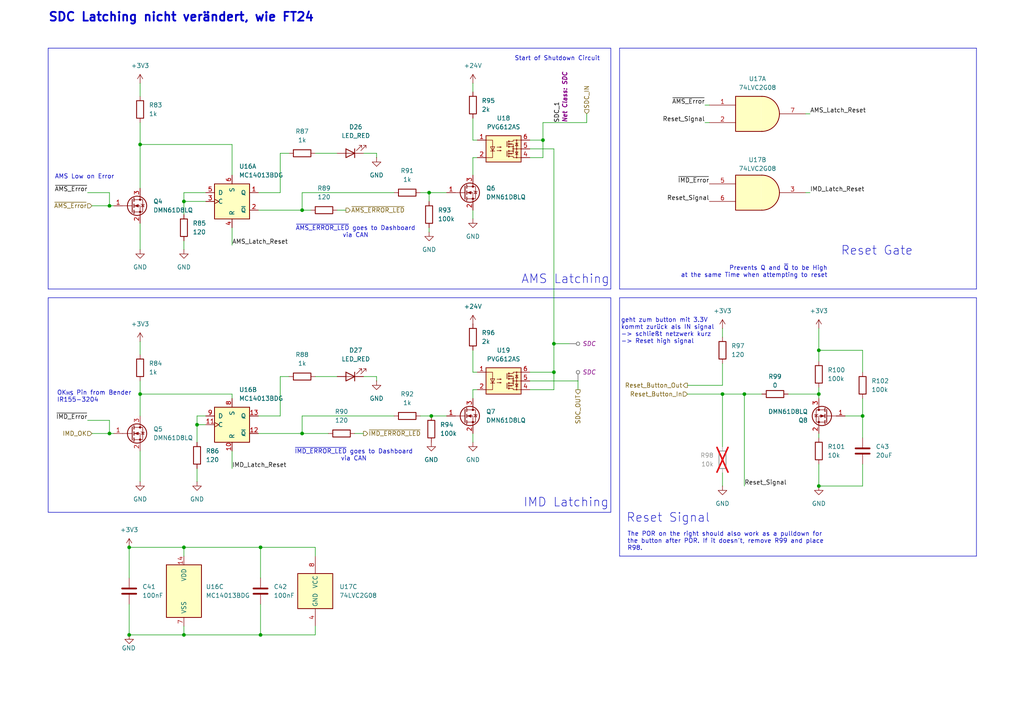
<source format=kicad_sch>
(kicad_sch
	(version 20231120)
	(generator "eeschema")
	(generator_version "8.0")
	(uuid "b214e2e2-9391-4853-8341-3bd7499a16cd")
	(paper "A4")
	(lib_symbols
		(symbol "4xxx:4013"
			(pin_names
				(offset 1.016)
			)
			(exclude_from_sim no)
			(in_bom yes)
			(on_board yes)
			(property "Reference" "U"
				(at -7.62 8.89 0)
				(effects
					(font
						(size 1.27 1.27)
					)
				)
			)
			(property "Value" "4013"
				(at -7.62 -8.89 0)
				(effects
					(font
						(size 1.27 1.27)
					)
				)
			)
			(property "Footprint" ""
				(at 0 0 0)
				(effects
					(font
						(size 1.27 1.27)
					)
					(hide yes)
				)
			)
			(property "Datasheet" "http://www.onsemi.com/pub/Collateral/MC14013B-D.PDF"
				(at 0 0 0)
				(effects
					(font
						(size 1.27 1.27)
					)
					(hide yes)
				)
			)
			(property "Description" "Dual D  FlipFlop, Set & reset"
				(at 0 0 0)
				(effects
					(font
						(size 1.27 1.27)
					)
					(hide yes)
				)
			)
			(property "ki_locked" ""
				(at 0 0 0)
				(effects
					(font
						(size 1.27 1.27)
					)
				)
			)
			(property "ki_keywords" "CMOS DFF"
				(at 0 0 0)
				(effects
					(font
						(size 1.27 1.27)
					)
					(hide yes)
				)
			)
			(property "ki_fp_filters" "DIP*W7.62mm* SOIC*3.9x9.9mm*P1.27mm* TSSOP*4.4x5mm*P0.65mm*"
				(at 0 0 0)
				(effects
					(font
						(size 1.27 1.27)
					)
					(hide yes)
				)
			)
			(symbol "4013_1_1"
				(rectangle
					(start -5.08 5.08)
					(end 5.08 -5.08)
					(stroke
						(width 0.254)
						(type default)
					)
					(fill
						(type background)
					)
				)
				(pin output line
					(at 7.62 2.54 180)
					(length 2.54)
					(name "Q"
						(effects
							(font
								(size 1.27 1.27)
							)
						)
					)
					(number "1"
						(effects
							(font
								(size 1.27 1.27)
							)
						)
					)
				)
				(pin output line
					(at 7.62 -2.54 180)
					(length 2.54)
					(name "~{Q}"
						(effects
							(font
								(size 1.27 1.27)
							)
						)
					)
					(number "2"
						(effects
							(font
								(size 1.27 1.27)
							)
						)
					)
				)
				(pin input clock
					(at -7.62 0 0)
					(length 2.54)
					(name "C"
						(effects
							(font
								(size 1.27 1.27)
							)
						)
					)
					(number "3"
						(effects
							(font
								(size 1.27 1.27)
							)
						)
					)
				)
				(pin input line
					(at 0 -7.62 90)
					(length 2.54)
					(name "R"
						(effects
							(font
								(size 1.27 1.27)
							)
						)
					)
					(number "4"
						(effects
							(font
								(size 1.27 1.27)
							)
						)
					)
				)
				(pin input line
					(at -7.62 2.54 0)
					(length 2.54)
					(name "D"
						(effects
							(font
								(size 1.27 1.27)
							)
						)
					)
					(number "5"
						(effects
							(font
								(size 1.27 1.27)
							)
						)
					)
				)
				(pin input line
					(at 0 7.62 270)
					(length 2.54)
					(name "S"
						(effects
							(font
								(size 1.27 1.27)
							)
						)
					)
					(number "6"
						(effects
							(font
								(size 1.27 1.27)
							)
						)
					)
				)
			)
			(symbol "4013_2_1"
				(rectangle
					(start -5.08 5.08)
					(end 5.08 -5.08)
					(stroke
						(width 0.254)
						(type default)
					)
					(fill
						(type background)
					)
				)
				(pin input line
					(at 0 -7.62 90)
					(length 2.54)
					(name "R"
						(effects
							(font
								(size 1.27 1.27)
							)
						)
					)
					(number "10"
						(effects
							(font
								(size 1.27 1.27)
							)
						)
					)
				)
				(pin input clock
					(at -7.62 0 0)
					(length 2.54)
					(name "C"
						(effects
							(font
								(size 1.27 1.27)
							)
						)
					)
					(number "11"
						(effects
							(font
								(size 1.27 1.27)
							)
						)
					)
				)
				(pin output line
					(at 7.62 -2.54 180)
					(length 2.54)
					(name "~{Q}"
						(effects
							(font
								(size 1.27 1.27)
							)
						)
					)
					(number "12"
						(effects
							(font
								(size 1.27 1.27)
							)
						)
					)
				)
				(pin output line
					(at 7.62 2.54 180)
					(length 2.54)
					(name "Q"
						(effects
							(font
								(size 1.27 1.27)
							)
						)
					)
					(number "13"
						(effects
							(font
								(size 1.27 1.27)
							)
						)
					)
				)
				(pin input line
					(at 0 7.62 270)
					(length 2.54)
					(name "S"
						(effects
							(font
								(size 1.27 1.27)
							)
						)
					)
					(number "8"
						(effects
							(font
								(size 1.27 1.27)
							)
						)
					)
				)
				(pin input line
					(at -7.62 2.54 0)
					(length 2.54)
					(name "D"
						(effects
							(font
								(size 1.27 1.27)
							)
						)
					)
					(number "9"
						(effects
							(font
								(size 1.27 1.27)
							)
						)
					)
				)
			)
			(symbol "4013_3_0"
				(pin power_in line
					(at 0 10.16 270)
					(length 2.54)
					(name "VDD"
						(effects
							(font
								(size 1.27 1.27)
							)
						)
					)
					(number "14"
						(effects
							(font
								(size 1.27 1.27)
							)
						)
					)
				)
				(pin power_in line
					(at 0 -10.16 90)
					(length 2.54)
					(name "VSS"
						(effects
							(font
								(size 1.27 1.27)
							)
						)
					)
					(number "7"
						(effects
							(font
								(size 1.27 1.27)
							)
						)
					)
				)
			)
			(symbol "4013_3_1"
				(rectangle
					(start -5.08 7.62)
					(end 5.08 -7.62)
					(stroke
						(width 0.254)
						(type default)
					)
					(fill
						(type background)
					)
				)
			)
		)
		(symbol "74xGxx:74LVC2G08"
			(exclude_from_sim no)
			(in_bom yes)
			(on_board yes)
			(property "Reference" "U"
				(at -10.16 7.62 0)
				(effects
					(font
						(size 1.27 1.27)
					)
				)
			)
			(property "Value" "74LVC2G08"
				(at -10.16 -7.62 0)
				(effects
					(font
						(size 1.27 1.27)
					)
				)
			)
			(property "Footprint" ""
				(at 0 0 0)
				(effects
					(font
						(size 1.27 1.27)
					)
					(hide yes)
				)
			)
			(property "Datasheet" "http://www.ti.com/lit/sg/scyt129e/scyt129e.pdf"
				(at 0 0 0)
				(effects
					(font
						(size 1.27 1.27)
					)
					(hide yes)
				)
			)
			(property "Description" "Dual AND Gate, Low-Voltage CMOS"
				(at 0 0 0)
				(effects
					(font
						(size 1.27 1.27)
					)
					(hide yes)
				)
			)
			(property "ki_keywords" "Dual Gate AND LVC CMOS"
				(at 0 0 0)
				(effects
					(font
						(size 1.27 1.27)
					)
					(hide yes)
				)
			)
			(property "ki_fp_filters" "SSOP* VSSOP*"
				(at 0 0 0)
				(effects
					(font
						(size 1.27 1.27)
					)
					(hide yes)
				)
			)
			(symbol "74LVC2G08_1_1"
				(arc
					(start 0 -5.08)
					(mid 5.0579 0)
					(end 0 5.08)
					(stroke
						(width 0.254)
						(type default)
					)
					(fill
						(type background)
					)
				)
				(polyline
					(pts
						(xy 0 -5.08) (xy -7.62 -5.08) (xy -7.62 5.08) (xy 0 5.08)
					)
					(stroke
						(width 0.254)
						(type default)
					)
					(fill
						(type background)
					)
				)
				(pin input line
					(at -15.24 2.54 0)
					(length 7.62)
					(name "~"
						(effects
							(font
								(size 1.27 1.27)
							)
						)
					)
					(number "1"
						(effects
							(font
								(size 1.27 1.27)
							)
						)
					)
				)
				(pin input line
					(at -15.24 -2.54 0)
					(length 7.62)
					(name "~"
						(effects
							(font
								(size 1.27 1.27)
							)
						)
					)
					(number "2"
						(effects
							(font
								(size 1.27 1.27)
							)
						)
					)
				)
				(pin output line
					(at 12.7 0 180)
					(length 7.62)
					(name "~"
						(effects
							(font
								(size 1.27 1.27)
							)
						)
					)
					(number "7"
						(effects
							(font
								(size 1.27 1.27)
							)
						)
					)
				)
			)
			(symbol "74LVC2G08_2_1"
				(arc
					(start 0 -5.08)
					(mid 5.0579 0)
					(end 0 5.08)
					(stroke
						(width 0.254)
						(type default)
					)
					(fill
						(type background)
					)
				)
				(polyline
					(pts
						(xy 0 -5.08) (xy -7.62 -5.08) (xy -7.62 5.08) (xy 0 5.08)
					)
					(stroke
						(width 0.254)
						(type default)
					)
					(fill
						(type background)
					)
				)
				(pin output line
					(at 12.7 0 180)
					(length 7.62)
					(name "~"
						(effects
							(font
								(size 1.27 1.27)
							)
						)
					)
					(number "3"
						(effects
							(font
								(size 1.27 1.27)
							)
						)
					)
				)
				(pin input line
					(at -15.24 2.54 0)
					(length 7.62)
					(name "~"
						(effects
							(font
								(size 1.27 1.27)
							)
						)
					)
					(number "5"
						(effects
							(font
								(size 1.27 1.27)
							)
						)
					)
				)
				(pin input line
					(at -15.24 -2.54 0)
					(length 7.62)
					(name "~"
						(effects
							(font
								(size 1.27 1.27)
							)
						)
					)
					(number "6"
						(effects
							(font
								(size 1.27 1.27)
							)
						)
					)
				)
			)
			(symbol "74LVC2G08_3_0"
				(rectangle
					(start -5.08 -5.08)
					(end 5.08 5.08)
					(stroke
						(width 0.254)
						(type default)
					)
					(fill
						(type background)
					)
				)
			)
			(symbol "74LVC2G08_3_1"
				(pin power_in line
					(at 0 -10.16 90)
					(length 5.08)
					(name "GND"
						(effects
							(font
								(size 1.27 1.27)
							)
						)
					)
					(number "4"
						(effects
							(font
								(size 1.27 1.27)
							)
						)
					)
				)
				(pin power_in line
					(at 0 10.16 270)
					(length 5.08)
					(name "VCC"
						(effects
							(font
								(size 1.27 1.27)
							)
						)
					)
					(number "8"
						(effects
							(font
								(size 1.27 1.27)
							)
						)
					)
				)
			)
		)
		(symbol "Device:C"
			(pin_numbers hide)
			(pin_names
				(offset 0.254)
			)
			(exclude_from_sim no)
			(in_bom yes)
			(on_board yes)
			(property "Reference" "C"
				(at 0.635 2.54 0)
				(effects
					(font
						(size 1.27 1.27)
					)
					(justify left)
				)
			)
			(property "Value" "C"
				(at 0.635 -2.54 0)
				(effects
					(font
						(size 1.27 1.27)
					)
					(justify left)
				)
			)
			(property "Footprint" ""
				(at 0.9652 -3.81 0)
				(effects
					(font
						(size 1.27 1.27)
					)
					(hide yes)
				)
			)
			(property "Datasheet" "~"
				(at 0 0 0)
				(effects
					(font
						(size 1.27 1.27)
					)
					(hide yes)
				)
			)
			(property "Description" "Unpolarized capacitor"
				(at 0 0 0)
				(effects
					(font
						(size 1.27 1.27)
					)
					(hide yes)
				)
			)
			(property "ki_keywords" "cap capacitor"
				(at 0 0 0)
				(effects
					(font
						(size 1.27 1.27)
					)
					(hide yes)
				)
			)
			(property "ki_fp_filters" "C_*"
				(at 0 0 0)
				(effects
					(font
						(size 1.27 1.27)
					)
					(hide yes)
				)
			)
			(symbol "C_0_1"
				(polyline
					(pts
						(xy -2.032 -0.762) (xy 2.032 -0.762)
					)
					(stroke
						(width 0.508)
						(type default)
					)
					(fill
						(type none)
					)
				)
				(polyline
					(pts
						(xy -2.032 0.762) (xy 2.032 0.762)
					)
					(stroke
						(width 0.508)
						(type default)
					)
					(fill
						(type none)
					)
				)
			)
			(symbol "C_1_1"
				(pin passive line
					(at 0 3.81 270)
					(length 2.794)
					(name "~"
						(effects
							(font
								(size 1.27 1.27)
							)
						)
					)
					(number "1"
						(effects
							(font
								(size 1.27 1.27)
							)
						)
					)
				)
				(pin passive line
					(at 0 -3.81 90)
					(length 2.794)
					(name "~"
						(effects
							(font
								(size 1.27 1.27)
							)
						)
					)
					(number "2"
						(effects
							(font
								(size 1.27 1.27)
							)
						)
					)
				)
			)
		)
		(symbol "Device:LED"
			(pin_numbers hide)
			(pin_names
				(offset 1.016) hide)
			(exclude_from_sim no)
			(in_bom yes)
			(on_board yes)
			(property "Reference" "D"
				(at 0 2.54 0)
				(effects
					(font
						(size 1.27 1.27)
					)
				)
			)
			(property "Value" "LED"
				(at 0 -2.54 0)
				(effects
					(font
						(size 1.27 1.27)
					)
				)
			)
			(property "Footprint" ""
				(at 0 0 0)
				(effects
					(font
						(size 1.27 1.27)
					)
					(hide yes)
				)
			)
			(property "Datasheet" "~"
				(at 0 0 0)
				(effects
					(font
						(size 1.27 1.27)
					)
					(hide yes)
				)
			)
			(property "Description" "Light emitting diode"
				(at 0 0 0)
				(effects
					(font
						(size 1.27 1.27)
					)
					(hide yes)
				)
			)
			(property "ki_keywords" "LED diode"
				(at 0 0 0)
				(effects
					(font
						(size 1.27 1.27)
					)
					(hide yes)
				)
			)
			(property "ki_fp_filters" "LED* LED_SMD:* LED_THT:*"
				(at 0 0 0)
				(effects
					(font
						(size 1.27 1.27)
					)
					(hide yes)
				)
			)
			(symbol "LED_0_1"
				(polyline
					(pts
						(xy -1.27 -1.27) (xy -1.27 1.27)
					)
					(stroke
						(width 0.254)
						(type default)
					)
					(fill
						(type none)
					)
				)
				(polyline
					(pts
						(xy -1.27 0) (xy 1.27 0)
					)
					(stroke
						(width 0)
						(type default)
					)
					(fill
						(type none)
					)
				)
				(polyline
					(pts
						(xy 1.27 -1.27) (xy 1.27 1.27) (xy -1.27 0) (xy 1.27 -1.27)
					)
					(stroke
						(width 0.254)
						(type default)
					)
					(fill
						(type none)
					)
				)
				(polyline
					(pts
						(xy -3.048 -0.762) (xy -4.572 -2.286) (xy -3.81 -2.286) (xy -4.572 -2.286) (xy -4.572 -1.524)
					)
					(stroke
						(width 0)
						(type default)
					)
					(fill
						(type none)
					)
				)
				(polyline
					(pts
						(xy -1.778 -0.762) (xy -3.302 -2.286) (xy -2.54 -2.286) (xy -3.302 -2.286) (xy -3.302 -1.524)
					)
					(stroke
						(width 0)
						(type default)
					)
					(fill
						(type none)
					)
				)
			)
			(symbol "LED_1_1"
				(pin passive line
					(at -3.81 0 0)
					(length 2.54)
					(name "K"
						(effects
							(font
								(size 1.27 1.27)
							)
						)
					)
					(number "1"
						(effects
							(font
								(size 1.27 1.27)
							)
						)
					)
				)
				(pin passive line
					(at 3.81 0 180)
					(length 2.54)
					(name "A"
						(effects
							(font
								(size 1.27 1.27)
							)
						)
					)
					(number "2"
						(effects
							(font
								(size 1.27 1.27)
							)
						)
					)
				)
			)
		)
		(symbol "Device:R"
			(pin_numbers hide)
			(pin_names
				(offset 0)
			)
			(exclude_from_sim no)
			(in_bom yes)
			(on_board yes)
			(property "Reference" "R"
				(at 2.032 0 90)
				(effects
					(font
						(size 1.27 1.27)
					)
				)
			)
			(property "Value" "R"
				(at 0 0 90)
				(effects
					(font
						(size 1.27 1.27)
					)
				)
			)
			(property "Footprint" ""
				(at -1.778 0 90)
				(effects
					(font
						(size 1.27 1.27)
					)
					(hide yes)
				)
			)
			(property "Datasheet" "~"
				(at 0 0 0)
				(effects
					(font
						(size 1.27 1.27)
					)
					(hide yes)
				)
			)
			(property "Description" "Resistor"
				(at 0 0 0)
				(effects
					(font
						(size 1.27 1.27)
					)
					(hide yes)
				)
			)
			(property "ki_keywords" "R res resistor"
				(at 0 0 0)
				(effects
					(font
						(size 1.27 1.27)
					)
					(hide yes)
				)
			)
			(property "ki_fp_filters" "R_*"
				(at 0 0 0)
				(effects
					(font
						(size 1.27 1.27)
					)
					(hide yes)
				)
			)
			(symbol "R_0_1"
				(rectangle
					(start -1.016 -2.54)
					(end 1.016 2.54)
					(stroke
						(width 0.254)
						(type default)
					)
					(fill
						(type none)
					)
				)
			)
			(symbol "R_1_1"
				(pin passive line
					(at 0 3.81 270)
					(length 1.27)
					(name "~"
						(effects
							(font
								(size 1.27 1.27)
							)
						)
					)
					(number "1"
						(effects
							(font
								(size 1.27 1.27)
							)
						)
					)
				)
				(pin passive line
					(at 0 -3.81 90)
					(length 1.27)
					(name "~"
						(effects
							(font
								(size 1.27 1.27)
							)
						)
					)
					(number "2"
						(effects
							(font
								(size 1.27 1.27)
							)
						)
					)
				)
			)
		)
		(symbol "FaSTTUBe_Power-Switches:PVG612AS"
			(exclude_from_sim no)
			(in_bom yes)
			(on_board yes)
			(property "Reference" "U"
				(at -3.81 5.08 0)
				(effects
					(font
						(size 1.27 1.27)
					)
				)
			)
			(property "Value" "PVG612AS"
				(at 0 -5.08 0)
				(effects
					(font
						(size 1.27 1.27)
					)
				)
			)
			(property "Footprint" "Package_DIP:SMDIP-6_W9.53mm"
				(at 0 -7.62 0)
				(effects
					(font
						(size 1.27 1.27)
					)
					(hide yes)
				)
			)
			(property "Datasheet" "https://www.infineon.com/dgdl/Infineon-PVG612A-DataSheet-v01_00-EN.pdf?fileId=5546d462533600a401535683ca14293a"
				(at 0 -10.16 0)
				(effects
					(font
						(size 1.27 1.27)
					)
					(hide yes)
				)
			)
			(property "Description" "Photo MOSFET optically coupled, 60VDC, 4A, 35mohm, Isolation 4000 VRMS, SMDIP-6"
				(at 0 0 0)
				(effects
					(font
						(size 1.27 1.27)
					)
					(hide yes)
				)
			)
			(property "ki_keywords" "photocouplers photorelay solidstate relay normally opened"
				(at 0 0 0)
				(effects
					(font
						(size 1.27 1.27)
					)
					(hide yes)
				)
			)
			(property "ki_fp_filters" "DIP*W7.62mm*"
				(at 0 0 0)
				(effects
					(font
						(size 1.27 1.27)
					)
					(hide yes)
				)
			)
			(symbol "PVG612AS_0_1"
				(rectangle
					(start -5.08 3.81)
					(end 5.08 -3.81)
					(stroke
						(width 0.254)
						(type default)
					)
					(fill
						(type background)
					)
				)
				(polyline
					(pts
						(xy -3.81 -0.635) (xy -2.54 -0.635)
					)
					(stroke
						(width 0)
						(type default)
					)
					(fill
						(type none)
					)
				)
				(polyline
					(pts
						(xy 1.016 -0.635) (xy 1.016 -2.159)
					)
					(stroke
						(width 0.2032)
						(type default)
					)
					(fill
						(type none)
					)
				)
				(polyline
					(pts
						(xy 1.016 2.159) (xy 1.016 0.635)
					)
					(stroke
						(width 0.2032)
						(type default)
					)
					(fill
						(type none)
					)
				)
				(polyline
					(pts
						(xy 1.524 -0.508) (xy 1.524 -0.762)
					)
					(stroke
						(width 0.3556)
						(type default)
					)
					(fill
						(type none)
					)
				)
				(polyline
					(pts
						(xy 2.794 0) (xy 5.08 0)
					)
					(stroke
						(width 0)
						(type default)
					)
					(fill
						(type none)
					)
				)
				(polyline
					(pts
						(xy 3.429 -1.651) (xy 4.191 -1.651)
					)
					(stroke
						(width 0)
						(type default)
					)
					(fill
						(type none)
					)
				)
				(polyline
					(pts
						(xy 3.429 1.651) (xy 4.191 1.651)
					)
					(stroke
						(width 0)
						(type default)
					)
					(fill
						(type none)
					)
				)
				(polyline
					(pts
						(xy 3.81 -2.54) (xy 3.81 2.54)
					)
					(stroke
						(width 0)
						(type default)
					)
					(fill
						(type none)
					)
				)
				(polyline
					(pts
						(xy 1.524 -2.032) (xy 1.524 -2.286) (xy 1.524 -2.286)
					)
					(stroke
						(width 0.3556)
						(type default)
					)
					(fill
						(type none)
					)
				)
				(polyline
					(pts
						(xy 1.524 -1.27) (xy 1.524 -1.524) (xy 1.524 -1.524)
					)
					(stroke
						(width 0.3556)
						(type default)
					)
					(fill
						(type none)
					)
				)
				(polyline
					(pts
						(xy 1.524 0.762) (xy 1.524 0.508) (xy 1.524 0.508)
					)
					(stroke
						(width 0.3556)
						(type default)
					)
					(fill
						(type none)
					)
				)
				(polyline
					(pts
						(xy 1.524 1.524) (xy 1.524 1.27) (xy 1.524 1.27)
					)
					(stroke
						(width 0.3556)
						(type default)
					)
					(fill
						(type none)
					)
				)
				(polyline
					(pts
						(xy 1.524 2.286) (xy 1.524 2.032) (xy 1.524 2.032)
					)
					(stroke
						(width 0.3556)
						(type default)
					)
					(fill
						(type none)
					)
				)
				(polyline
					(pts
						(xy 1.651 -1.397) (xy 2.794 -1.397) (xy 2.794 -0.635)
					)
					(stroke
						(width 0)
						(type default)
					)
					(fill
						(type none)
					)
				)
				(polyline
					(pts
						(xy 1.651 1.397) (xy 2.794 1.397) (xy 2.794 0.635)
					)
					(stroke
						(width 0)
						(type default)
					)
					(fill
						(type none)
					)
				)
				(polyline
					(pts
						(xy -5.08 2.54) (xy -3.175 2.54) (xy -3.175 -2.54) (xy -5.08 -2.54)
					)
					(stroke
						(width 0)
						(type default)
					)
					(fill
						(type none)
					)
				)
				(polyline
					(pts
						(xy -3.175 -0.635) (xy -3.81 0.635) (xy -2.54 0.635) (xy -3.175 -0.635)
					)
					(stroke
						(width 0)
						(type default)
					)
					(fill
						(type none)
					)
				)
				(polyline
					(pts
						(xy 1.651 -2.159) (xy 2.794 -2.159) (xy 2.794 -2.54) (xy 5.08 -2.54)
					)
					(stroke
						(width 0)
						(type default)
					)
					(fill
						(type none)
					)
				)
				(polyline
					(pts
						(xy 1.651 -0.635) (xy 2.794 -0.635) (xy 2.794 0.635) (xy 1.651 0.635)
					)
					(stroke
						(width 0)
						(type default)
					)
					(fill
						(type none)
					)
				)
				(polyline
					(pts
						(xy 1.651 2.159) (xy 2.794 2.159) (xy 2.794 2.54) (xy 5.08 2.54)
					)
					(stroke
						(width 0)
						(type default)
					)
					(fill
						(type none)
					)
				)
				(polyline
					(pts
						(xy 1.778 -1.397) (xy 2.286 -1.27) (xy 2.286 -1.524) (xy 1.778 -1.397)
					)
					(stroke
						(width 0)
						(type default)
					)
					(fill
						(type none)
					)
				)
				(polyline
					(pts
						(xy 1.778 1.397) (xy 2.286 1.524) (xy 2.286 1.27) (xy 1.778 1.397)
					)
					(stroke
						(width 0)
						(type default)
					)
					(fill
						(type none)
					)
				)
				(polyline
					(pts
						(xy 3.81 -1.651) (xy 3.429 -0.889) (xy 4.191 -0.889) (xy 3.81 -1.651)
					)
					(stroke
						(width 0)
						(type default)
					)
					(fill
						(type none)
					)
				)
				(polyline
					(pts
						(xy 3.81 1.651) (xy 3.429 0.889) (xy 4.191 0.889) (xy 3.81 1.651)
					)
					(stroke
						(width 0)
						(type default)
					)
					(fill
						(type none)
					)
				)
				(polyline
					(pts
						(xy -1.905 -0.508) (xy -0.635 -0.508) (xy -1.016 -0.635) (xy -1.016 -0.381) (xy -0.635 -0.508)
					)
					(stroke
						(width 0)
						(type default)
					)
					(fill
						(type none)
					)
				)
				(polyline
					(pts
						(xy -1.905 0.508) (xy -0.635 0.508) (xy -1.016 0.381) (xy -1.016 0.635) (xy -0.635 0.508)
					)
					(stroke
						(width 0)
						(type default)
					)
					(fill
						(type none)
					)
				)
				(circle
					(center 2.794 -0.635)
					(radius 0.127)
					(stroke
						(width 0)
						(type default)
					)
					(fill
						(type none)
					)
				)
				(circle
					(center 2.794 0)
					(radius 0.127)
					(stroke
						(width 0)
						(type default)
					)
					(fill
						(type none)
					)
				)
				(circle
					(center 2.794 0.635)
					(radius 0.127)
					(stroke
						(width 0)
						(type default)
					)
					(fill
						(type none)
					)
				)
				(circle
					(center 3.81 -2.54)
					(radius 0.127)
					(stroke
						(width 0)
						(type default)
					)
					(fill
						(type none)
					)
				)
				(circle
					(center 3.81 0)
					(radius 0.127)
					(stroke
						(width 0)
						(type default)
					)
					(fill
						(type none)
					)
				)
				(circle
					(center 3.81 2.54)
					(radius 0.127)
					(stroke
						(width 0)
						(type default)
					)
					(fill
						(type none)
					)
				)
			)
			(symbol "PVG612AS_1_1"
				(pin passive line
					(at -7.62 2.54 0)
					(length 2.54)
					(name "~"
						(effects
							(font
								(size 1.27 1.27)
							)
						)
					)
					(number "1"
						(effects
							(font
								(size 1.27 1.27)
							)
						)
					)
				)
				(pin passive line
					(at -7.62 -2.54 0)
					(length 2.54)
					(name "~"
						(effects
							(font
								(size 1.27 1.27)
							)
						)
					)
					(number "2"
						(effects
							(font
								(size 1.27 1.27)
							)
						)
					)
				)
				(pin no_connect line
					(at -5.08 0 0)
					(length 2.54) hide
					(name "~"
						(effects
							(font
								(size 1.27 1.27)
							)
						)
					)
					(number "3"
						(effects
							(font
								(size 1.27 1.27)
							)
						)
					)
				)
				(pin passive line
					(at 7.62 -2.54 180)
					(length 2.54)
					(name "~"
						(effects
							(font
								(size 1.27 1.27)
							)
						)
					)
					(number "4"
						(effects
							(font
								(size 1.27 1.27)
							)
						)
					)
				)
				(pin passive line
					(at 7.62 0 180)
					(length 2.54)
					(name "~"
						(effects
							(font
								(size 1.27 1.27)
							)
						)
					)
					(number "5"
						(effects
							(font
								(size 1.27 1.27)
							)
						)
					)
				)
				(pin passive line
					(at 7.62 2.54 180)
					(length 2.54)
					(name "~"
						(effects
							(font
								(size 1.27 1.27)
							)
						)
					)
					(number "6"
						(effects
							(font
								(size 1.27 1.27)
							)
						)
					)
				)
			)
		)
		(symbol "Transistor_FET:DMN61D8LQ"
			(pin_names hide)
			(exclude_from_sim no)
			(in_bom yes)
			(on_board yes)
			(property "Reference" "Q"
				(at 5.08 1.905 0)
				(effects
					(font
						(size 1.27 1.27)
					)
					(justify left)
				)
			)
			(property "Value" "DMN61D8LQ"
				(at 5.08 0 0)
				(effects
					(font
						(size 1.27 1.27)
					)
					(justify left)
				)
			)
			(property "Footprint" "Package_TO_SOT_SMD:SOT-23"
				(at 5.08 -1.905 0)
				(effects
					(font
						(size 1.27 1.27)
						(italic yes)
					)
					(justify left)
					(hide yes)
				)
			)
			(property "Datasheet" "https://www.diodes.com/assets/Datasheets/DMN61D8LQ.pdf"
				(at 5.08 -3.81 0)
				(effects
					(font
						(size 1.27 1.27)
					)
					(justify left)
					(hide yes)
				)
			)
			(property "Description" "60V Vds, 0.470A Id, N-Channel MOSFET for switching inductive loads , SOT-23"
				(at 0 0 0)
				(effects
					(font
						(size 1.27 1.27)
					)
					(hide yes)
				)
			)
			(property "ki_keywords" "N-Channel MOSFET relay logic-level"
				(at 0 0 0)
				(effects
					(font
						(size 1.27 1.27)
					)
					(hide yes)
				)
			)
			(property "ki_fp_filters" "SOT?23*"
				(at 0 0 0)
				(effects
					(font
						(size 1.27 1.27)
					)
					(hide yes)
				)
			)
			(symbol "DMN61D8LQ_0_1"
				(polyline
					(pts
						(xy 0.254 0) (xy -2.54 0)
					)
					(stroke
						(width 0)
						(type default)
					)
					(fill
						(type none)
					)
				)
				(polyline
					(pts
						(xy 0.254 1.905) (xy 0.254 -1.905)
					)
					(stroke
						(width 0.254)
						(type default)
					)
					(fill
						(type none)
					)
				)
				(polyline
					(pts
						(xy 0.762 -1.27) (xy 0.762 -2.286)
					)
					(stroke
						(width 0.254)
						(type default)
					)
					(fill
						(type none)
					)
				)
				(polyline
					(pts
						(xy 0.762 0.508) (xy 0.762 -0.508)
					)
					(stroke
						(width 0.254)
						(type default)
					)
					(fill
						(type none)
					)
				)
				(polyline
					(pts
						(xy 0.762 2.286) (xy 0.762 1.27)
					)
					(stroke
						(width 0.254)
						(type default)
					)
					(fill
						(type none)
					)
				)
				(polyline
					(pts
						(xy 2.54 2.54) (xy 2.54 1.778)
					)
					(stroke
						(width 0)
						(type default)
					)
					(fill
						(type none)
					)
				)
				(polyline
					(pts
						(xy 2.54 -2.54) (xy 2.54 0) (xy 0.762 0)
					)
					(stroke
						(width 0)
						(type default)
					)
					(fill
						(type none)
					)
				)
				(polyline
					(pts
						(xy 0.762 -1.778) (xy 3.302 -1.778) (xy 3.302 1.778) (xy 0.762 1.778)
					)
					(stroke
						(width 0)
						(type default)
					)
					(fill
						(type none)
					)
				)
				(polyline
					(pts
						(xy 1.016 0) (xy 2.032 0.381) (xy 2.032 -0.381) (xy 1.016 0)
					)
					(stroke
						(width 0)
						(type default)
					)
					(fill
						(type outline)
					)
				)
				(polyline
					(pts
						(xy 2.794 0.508) (xy 2.921 0.381) (xy 3.683 0.381) (xy 3.81 0.254)
					)
					(stroke
						(width 0)
						(type default)
					)
					(fill
						(type none)
					)
				)
				(polyline
					(pts
						(xy 3.302 0.381) (xy 2.921 -0.254) (xy 3.683 -0.254) (xy 3.302 0.381)
					)
					(stroke
						(width 0)
						(type default)
					)
					(fill
						(type none)
					)
				)
				(circle
					(center 1.651 0)
					(radius 2.794)
					(stroke
						(width 0.254)
						(type default)
					)
					(fill
						(type none)
					)
				)
				(circle
					(center 2.54 -1.778)
					(radius 0.254)
					(stroke
						(width 0)
						(type default)
					)
					(fill
						(type outline)
					)
				)
				(circle
					(center 2.54 1.778)
					(radius 0.254)
					(stroke
						(width 0)
						(type default)
					)
					(fill
						(type outline)
					)
				)
			)
			(symbol "DMN61D8LQ_1_1"
				(pin input line
					(at -5.08 0 0)
					(length 2.54)
					(name "G"
						(effects
							(font
								(size 1.27 1.27)
							)
						)
					)
					(number "1"
						(effects
							(font
								(size 1.27 1.27)
							)
						)
					)
				)
				(pin passive line
					(at 2.54 -5.08 90)
					(length 2.54)
					(name "S"
						(effects
							(font
								(size 1.27 1.27)
							)
						)
					)
					(number "2"
						(effects
							(font
								(size 1.27 1.27)
							)
						)
					)
				)
				(pin passive line
					(at 2.54 5.08 270)
					(length 2.54)
					(name "D"
						(effects
							(font
								(size 1.27 1.27)
							)
						)
					)
					(number "3"
						(effects
							(font
								(size 1.27 1.27)
							)
						)
					)
				)
			)
		)
		(symbol "power:+24V"
			(power)
			(pin_numbers hide)
			(pin_names
				(offset 0) hide)
			(exclude_from_sim no)
			(in_bom yes)
			(on_board yes)
			(property "Reference" "#PWR"
				(at 0 -3.81 0)
				(effects
					(font
						(size 1.27 1.27)
					)
					(hide yes)
				)
			)
			(property "Value" "+24V"
				(at 0 3.556 0)
				(effects
					(font
						(size 1.27 1.27)
					)
				)
			)
			(property "Footprint" ""
				(at 0 0 0)
				(effects
					(font
						(size 1.27 1.27)
					)
					(hide yes)
				)
			)
			(property "Datasheet" ""
				(at 0 0 0)
				(effects
					(font
						(size 1.27 1.27)
					)
					(hide yes)
				)
			)
			(property "Description" "Power symbol creates a global label with name \"+24V\""
				(at 0 0 0)
				(effects
					(font
						(size 1.27 1.27)
					)
					(hide yes)
				)
			)
			(property "ki_keywords" "global power"
				(at 0 0 0)
				(effects
					(font
						(size 1.27 1.27)
					)
					(hide yes)
				)
			)
			(symbol "+24V_0_1"
				(polyline
					(pts
						(xy -0.762 1.27) (xy 0 2.54)
					)
					(stroke
						(width 0)
						(type default)
					)
					(fill
						(type none)
					)
				)
				(polyline
					(pts
						(xy 0 0) (xy 0 2.54)
					)
					(stroke
						(width 0)
						(type default)
					)
					(fill
						(type none)
					)
				)
				(polyline
					(pts
						(xy 0 2.54) (xy 0.762 1.27)
					)
					(stroke
						(width 0)
						(type default)
					)
					(fill
						(type none)
					)
				)
			)
			(symbol "+24V_1_1"
				(pin power_in line
					(at 0 0 90)
					(length 0)
					(name "~"
						(effects
							(font
								(size 1.27 1.27)
							)
						)
					)
					(number "1"
						(effects
							(font
								(size 1.27 1.27)
							)
						)
					)
				)
			)
		)
		(symbol "power:+3V3"
			(power)
			(pin_numbers hide)
			(pin_names
				(offset 0) hide)
			(exclude_from_sim no)
			(in_bom yes)
			(on_board yes)
			(property "Reference" "#PWR"
				(at 0 -3.81 0)
				(effects
					(font
						(size 1.27 1.27)
					)
					(hide yes)
				)
			)
			(property "Value" "+3V3"
				(at 0 3.556 0)
				(effects
					(font
						(size 1.27 1.27)
					)
				)
			)
			(property "Footprint" ""
				(at 0 0 0)
				(effects
					(font
						(size 1.27 1.27)
					)
					(hide yes)
				)
			)
			(property "Datasheet" ""
				(at 0 0 0)
				(effects
					(font
						(size 1.27 1.27)
					)
					(hide yes)
				)
			)
			(property "Description" "Power symbol creates a global label with name \"+3V3\""
				(at 0 0 0)
				(effects
					(font
						(size 1.27 1.27)
					)
					(hide yes)
				)
			)
			(property "ki_keywords" "global power"
				(at 0 0 0)
				(effects
					(font
						(size 1.27 1.27)
					)
					(hide yes)
				)
			)
			(symbol "+3V3_0_1"
				(polyline
					(pts
						(xy -0.762 1.27) (xy 0 2.54)
					)
					(stroke
						(width 0)
						(type default)
					)
					(fill
						(type none)
					)
				)
				(polyline
					(pts
						(xy 0 0) (xy 0 2.54)
					)
					(stroke
						(width 0)
						(type default)
					)
					(fill
						(type none)
					)
				)
				(polyline
					(pts
						(xy 0 2.54) (xy 0.762 1.27)
					)
					(stroke
						(width 0)
						(type default)
					)
					(fill
						(type none)
					)
				)
			)
			(symbol "+3V3_1_1"
				(pin power_in line
					(at 0 0 90)
					(length 0)
					(name "~"
						(effects
							(font
								(size 1.27 1.27)
							)
						)
					)
					(number "1"
						(effects
							(font
								(size 1.27 1.27)
							)
						)
					)
				)
			)
		)
		(symbol "power:GND"
			(power)
			(pin_numbers hide)
			(pin_names
				(offset 0) hide)
			(exclude_from_sim no)
			(in_bom yes)
			(on_board yes)
			(property "Reference" "#PWR"
				(at 0 -6.35 0)
				(effects
					(font
						(size 1.27 1.27)
					)
					(hide yes)
				)
			)
			(property "Value" "GND"
				(at 0 -3.81 0)
				(effects
					(font
						(size 1.27 1.27)
					)
				)
			)
			(property "Footprint" ""
				(at 0 0 0)
				(effects
					(font
						(size 1.27 1.27)
					)
					(hide yes)
				)
			)
			(property "Datasheet" ""
				(at 0 0 0)
				(effects
					(font
						(size 1.27 1.27)
					)
					(hide yes)
				)
			)
			(property "Description" "Power symbol creates a global label with name \"GND\" , ground"
				(at 0 0 0)
				(effects
					(font
						(size 1.27 1.27)
					)
					(hide yes)
				)
			)
			(property "ki_keywords" "global power"
				(at 0 0 0)
				(effects
					(font
						(size 1.27 1.27)
					)
					(hide yes)
				)
			)
			(symbol "GND_0_1"
				(polyline
					(pts
						(xy 0 0) (xy 0 -1.27) (xy 1.27 -1.27) (xy 0 -2.54) (xy -1.27 -1.27) (xy 0 -1.27)
					)
					(stroke
						(width 0)
						(type default)
					)
					(fill
						(type none)
					)
				)
			)
			(symbol "GND_1_1"
				(pin power_in line
					(at 0 0 270)
					(length 0)
					(name "~"
						(effects
							(font
								(size 1.27 1.27)
							)
						)
					)
					(number "1"
						(effects
							(font
								(size 1.27 1.27)
							)
						)
					)
				)
			)
		)
	)
	(junction
		(at 215.9 114.3)
		(diameter 0)
		(color 0 0 0 0)
		(uuid "05128300-362b-4836-bbd8-f92be31140af")
	)
	(junction
		(at 57.15 123.19)
		(diameter 0)
		(color 0 0 0 0)
		(uuid "07f3fb8c-e9f5-451b-93d8-1a2641fc6cd2")
	)
	(junction
		(at 40.64 114.3)
		(diameter 0)
		(color 0 0 0 0)
		(uuid "1e000d62-f392-4175-9249-3beea7c90df0")
	)
	(junction
		(at 75.565 184.15)
		(diameter 0)
		(color 0 0 0 0)
		(uuid "2a28896e-4ca8-4221-9edd-306a8c848c4d")
	)
	(junction
		(at 157.48 40.64)
		(diameter 0)
		(color 0 0 0 0)
		(uuid "313c50a2-be71-44c1-a499-928ac8a8dca6")
	)
	(junction
		(at 237.49 140.97)
		(diameter 0)
		(color 0 0 0 0)
		(uuid "33840d2f-c0dc-407c-b760-61b2617d87e8")
	)
	(junction
		(at 53.34 184.15)
		(diameter 0)
		(color 0 0 0 0)
		(uuid "37e4c318-b04e-4abb-be69-d006f5667237")
	)
	(junction
		(at 160.655 107.95)
		(diameter 0)
		(color 0 0 0 0)
		(uuid "43bfeba6-62ff-43ae-b06a-a74eff43c43d")
	)
	(junction
		(at 31.75 59.69)
		(diameter 0)
		(color 0 0 0 0)
		(uuid "52d8530d-87d0-4a8c-8907-062d95072397")
	)
	(junction
		(at 237.49 114.3)
		(diameter 0)
		(color 0 0 0 0)
		(uuid "53a9b6d6-1b55-4235-9539-8c20e6bb07fc")
	)
	(junction
		(at 53.34 58.42)
		(diameter 0)
		(color 0 0 0 0)
		(uuid "54cd8220-f9d3-428d-846e-c05e8fc3359c")
	)
	(junction
		(at 31.75 125.73)
		(diameter 0)
		(color 0 0 0 0)
		(uuid "57cd1eef-abac-4dc1-bdee-0069eb236618")
	)
	(junction
		(at 125.095 120.65)
		(diameter 0)
		(color 0 0 0 0)
		(uuid "5f31c02e-a476-4e7e-be4c-a04165d16a11")
	)
	(junction
		(at 37.465 184.15)
		(diameter 0)
		(color 0 0 0 0)
		(uuid "6aa95e5b-325d-4e71-9c1f-f670a161b6ff")
	)
	(junction
		(at 160.655 99.695)
		(diameter 0)
		(color 0 0 0 0)
		(uuid "6ad600e7-f947-4ac4-8251-d9b351e6afee")
	)
	(junction
		(at 87.63 125.73)
		(diameter 0)
		(color 0 0 0 0)
		(uuid "814a1337-5ca5-4d96-8fff-83e21df17a14")
	)
	(junction
		(at 209.55 114.3)
		(diameter 0)
		(color 0 0 0 0)
		(uuid "84af6c2e-6c84-404c-b8ad-a32d72784532")
	)
	(junction
		(at 40.64 41.91)
		(diameter 0)
		(color 0 0 0 0)
		(uuid "9ad5f7ee-9d0a-4363-803a-3261033b812f")
	)
	(junction
		(at 37.465 158.75)
		(diameter 0)
		(color 0 0 0 0)
		(uuid "9d3eaf52-baa7-4e17-9771-8cdff01038d1")
	)
	(junction
		(at 75.565 158.75)
		(diameter 0)
		(color 0 0 0 0)
		(uuid "b1308c62-e694-4351-b3fa-aa961385693e")
	)
	(junction
		(at 124.46 55.88)
		(diameter 0)
		(color 0 0 0 0)
		(uuid "bdea97d0-ffe7-44ba-94ee-19b532330f1f")
	)
	(junction
		(at 250.19 120.65)
		(diameter 0)
		(color 0 0 0 0)
		(uuid "c78e4426-189c-4a94-8bf7-b2af10c411b6")
	)
	(junction
		(at 53.34 158.75)
		(diameter 0)
		(color 0 0 0 0)
		(uuid "c942ba24-d92d-4b8b-a8a8-9213d6cba2d2")
	)
	(junction
		(at 87.63 60.96)
		(diameter 0)
		(color 0 0 0 0)
		(uuid "d9c9d5c9-32bd-4c9b-b864-5a060cc218b9")
	)
	(junction
		(at 237.49 101.6)
		(diameter 0)
		(color 0 0 0 0)
		(uuid "fcb23242-7edf-4f78-a7c2-7ec715767140")
	)
	(wire
		(pts
			(xy 25.4 55.88) (xy 31.75 55.88)
		)
		(stroke
			(width 0)
			(type default)
		)
		(uuid "03561da7-3fd1-473c-8cff-fddfcff8a7cc")
	)
	(wire
		(pts
			(xy 250.19 120.65) (xy 245.11 120.65)
		)
		(stroke
			(width 0)
			(type default)
		)
		(uuid "04426181-88f4-4236-b615-1d55fefe6619")
	)
	(wire
		(pts
			(xy 125.095 120.65) (xy 129.54 120.65)
		)
		(stroke
			(width 0)
			(type default)
		)
		(uuid "04eaace5-c1b4-48f0-9ab2-7f277521c146")
	)
	(wire
		(pts
			(xy 40.64 24.13) (xy 40.64 27.94)
		)
		(stroke
			(width 0)
			(type default)
		)
		(uuid "06d26c3a-1990-4de0-b125-c244541850d6")
	)
	(wire
		(pts
			(xy 170.18 33.02) (xy 170.18 35.56)
		)
		(stroke
			(width 0)
			(type default)
		)
		(uuid "06fc2650-dc7f-472b-bfd3-96ac572b7db8")
	)
	(wire
		(pts
			(xy 75.565 184.15) (xy 91.44 184.15)
		)
		(stroke
			(width 0)
			(type default)
		)
		(uuid "0b7443ed-2299-4d9e-bbb6-74eef6b5c744")
	)
	(wire
		(pts
			(xy 157.48 40.64) (xy 157.48 45.72)
		)
		(stroke
			(width 0)
			(type default)
		)
		(uuid "0f4e46ed-03f2-418e-91e1-4bfbb51fed90")
	)
	(polyline
		(pts
			(xy 283.21 161.29) (xy 283.21 86.36)
		)
		(stroke
			(width 0)
			(type default)
		)
		(uuid "1019316a-58ca-43d6-87b1-464a38315a35")
	)
	(polyline
		(pts
			(xy 179.705 161.29) (xy 283.21 161.29)
		)
		(stroke
			(width 0)
			(type default)
		)
		(uuid "14961bb8-fd10-4309-b1b1-40748c606376")
	)
	(wire
		(pts
			(xy 105.41 44.45) (xy 109.22 44.45)
		)
		(stroke
			(width 0)
			(type default)
		)
		(uuid "14ebd5c6-2eb2-47a4-8ba2-73c2ca208804")
	)
	(polyline
		(pts
			(xy 177.165 86.36) (xy 177.165 148.59)
		)
		(stroke
			(width 0)
			(type default)
		)
		(uuid "17606c16-9f89-4a71-9ba0-c590d61059e8")
	)
	(polyline
		(pts
			(xy 13.97 83.82) (xy 13.97 13.97)
		)
		(stroke
			(width 0)
			(type default)
		)
		(uuid "179dab44-6862-4b5e-8041-963ce35d1d4c")
	)
	(wire
		(pts
			(xy 250.19 120.65) (xy 250.19 127)
		)
		(stroke
			(width 0)
			(type default)
		)
		(uuid "1c257a35-0276-4228-9a0a-0c625721c51c")
	)
	(wire
		(pts
			(xy 137.16 115.57) (xy 137.16 113.03)
		)
		(stroke
			(width 0)
			(type default)
		)
		(uuid "1c7113d1-8a6b-4fa4-a076-69c4f4591d10")
	)
	(wire
		(pts
			(xy 204.47 30.48) (xy 205.74 30.48)
		)
		(stroke
			(width 0)
			(type default)
		)
		(uuid "1e66aca1-d07d-43e3-acd9-b4cecd1a5c5f")
	)
	(wire
		(pts
			(xy 75.565 158.75) (xy 91.44 158.75)
		)
		(stroke
			(width 0)
			(type default)
		)
		(uuid "1f4bfc7e-f8f8-4773-8c02-c56e0a56615c")
	)
	(wire
		(pts
			(xy 160.655 99.695) (xy 165.1 99.695)
		)
		(stroke
			(width 0)
			(type default)
		)
		(uuid "1f7bdf35-63ad-4fc8-9137-742fd2449274")
	)
	(wire
		(pts
			(xy 237.49 112.395) (xy 237.49 114.3)
		)
		(stroke
			(width 0)
			(type default)
		)
		(uuid "20a8d1c7-61df-4412-b459-b9bc92e97346")
	)
	(wire
		(pts
			(xy 233.68 33.02) (xy 234.95 33.02)
		)
		(stroke
			(width 0)
			(type default)
		)
		(uuid "239ec637-ef1a-480b-ac75-d60f5f3e4eff")
	)
	(wire
		(pts
			(xy 114.3 55.88) (xy 87.63 55.88)
		)
		(stroke
			(width 0)
			(type default)
		)
		(uuid "24facaa7-99dd-49f4-8aa8-a4028a2755a5")
	)
	(wire
		(pts
			(xy 160.655 107.95) (xy 160.655 113.03)
		)
		(stroke
			(width 0)
			(type default)
		)
		(uuid "25a57a9c-84f3-4f65-820f-8150b3c71caf")
	)
	(wire
		(pts
			(xy 87.63 120.65) (xy 87.63 125.73)
		)
		(stroke
			(width 0)
			(type default)
		)
		(uuid "2713ae0a-ba7b-4a4c-8c5a-cdd9db9b03a0")
	)
	(wire
		(pts
			(xy 40.64 64.77) (xy 40.64 72.39)
		)
		(stroke
			(width 0)
			(type default)
		)
		(uuid "2a776f3c-e075-4a86-bb6d-89adbf29e15c")
	)
	(wire
		(pts
			(xy 67.31 41.91) (xy 67.31 50.8)
		)
		(stroke
			(width 0)
			(type default)
		)
		(uuid "2cbf13c7-cc26-435e-91f2-4e33cf040723")
	)
	(polyline
		(pts
			(xy 179.705 83.82) (xy 283.21 83.82)
		)
		(stroke
			(width 0)
			(type default)
		)
		(uuid "2e482c10-debd-44af-90a0-878091aadb5c")
	)
	(wire
		(pts
			(xy 40.64 110.49) (xy 40.64 114.3)
		)
		(stroke
			(width 0)
			(type default)
		)
		(uuid "31db7687-27e7-4cab-9abc-0710aee5bfa3")
	)
	(wire
		(pts
			(xy 40.64 99.06) (xy 40.64 102.87)
		)
		(stroke
			(width 0)
			(type default)
		)
		(uuid "36534339-eef1-419f-ac42-264da3e04843")
	)
	(wire
		(pts
			(xy 215.9 114.3) (xy 220.98 114.3)
		)
		(stroke
			(width 0)
			(type default)
		)
		(uuid "39270ccc-cd52-427c-93c2-5daa33e4dceb")
	)
	(wire
		(pts
			(xy 138.43 107.95) (xy 137.16 107.95)
		)
		(stroke
			(width 0)
			(type default)
		)
		(uuid "3b5bee3e-dfce-4436-9515-ef3e6b700546")
	)
	(wire
		(pts
			(xy 57.15 135.89) (xy 57.15 139.7)
		)
		(stroke
			(width 0)
			(type default)
		)
		(uuid "3c00def5-2b5b-4cd2-b925-29df981d417f")
	)
	(wire
		(pts
			(xy 109.22 109.22) (xy 109.22 110.49)
		)
		(stroke
			(width 0)
			(type default)
		)
		(uuid "3c2929bb-c559-48e0-95d2-b8c69024a1ca")
	)
	(wire
		(pts
			(xy 199.39 111.76) (xy 209.55 111.76)
		)
		(stroke
			(width 0)
			(type default)
		)
		(uuid "40af85dc-6c68-4bb7-b99e-00d5bc8fa94d")
	)
	(wire
		(pts
			(xy 37.465 158.75) (xy 37.465 167.64)
		)
		(stroke
			(width 0)
			(type default)
		)
		(uuid "42c001dc-c5b0-4312-9c0a-0fb8cb3dc7e9")
	)
	(wire
		(pts
			(xy 250.19 101.6) (xy 250.19 107.95)
		)
		(stroke
			(width 0)
			(type default)
		)
		(uuid "441cff91-de77-48d3-8858-71bf6fd578f8")
	)
	(wire
		(pts
			(xy 53.34 62.23) (xy 53.34 58.42)
		)
		(stroke
			(width 0)
			(type default)
		)
		(uuid "449125f9-c566-4123-9401-eaaa15da856e")
	)
	(wire
		(pts
			(xy 91.44 181.61) (xy 91.44 184.15)
		)
		(stroke
			(width 0)
			(type default)
		)
		(uuid "451fe83d-b06b-4e95-8015-1b6deb21322b")
	)
	(wire
		(pts
			(xy 75.565 175.26) (xy 75.565 184.15)
		)
		(stroke
			(width 0)
			(type default)
		)
		(uuid "49cc813e-17d5-4de3-8fee-2145a810fb6c")
	)
	(wire
		(pts
			(xy 237.49 127) (xy 237.49 125.73)
		)
		(stroke
			(width 0)
			(type default)
		)
		(uuid "500869c1-5d1c-4a83-92f7-e425576469ac")
	)
	(wire
		(pts
			(xy 237.49 140.97) (xy 250.19 140.97)
		)
		(stroke
			(width 0)
			(type default)
		)
		(uuid "508e84e7-6201-495d-9e9a-15ea09a46012")
	)
	(wire
		(pts
			(xy 74.93 55.88) (xy 81.28 55.88)
		)
		(stroke
			(width 0)
			(type default)
		)
		(uuid "5155440e-2b32-450e-8781-07da4226424d")
	)
	(wire
		(pts
			(xy 91.44 158.75) (xy 91.44 161.29)
		)
		(stroke
			(width 0)
			(type default)
		)
		(uuid "51da777c-ce9d-4263-bdc7-a3088f00968a")
	)
	(wire
		(pts
			(xy 40.64 35.56) (xy 40.64 41.91)
		)
		(stroke
			(width 0)
			(type default)
		)
		(uuid "528745a9-de1e-42ec-8464-4766141ab7aa")
	)
	(polyline
		(pts
			(xy 13.97 13.97) (xy 177.165 13.97)
		)
		(stroke
			(width 0)
			(type default)
		)
		(uuid "54466726-5fe1-4a47-94af-d610c494d84f")
	)
	(wire
		(pts
			(xy 53.34 58.42) (xy 59.69 58.42)
		)
		(stroke
			(width 0)
			(type default)
		)
		(uuid "569d24c7-0a34-4f71-b1c2-5e185fe6216e")
	)
	(wire
		(pts
			(xy 91.44 109.22) (xy 97.79 109.22)
		)
		(stroke
			(width 0)
			(type default)
		)
		(uuid "577303cb-8dce-4b4a-b252-254841b04691")
	)
	(wire
		(pts
			(xy 157.48 45.72) (xy 153.67 45.72)
		)
		(stroke
			(width 0)
			(type default)
		)
		(uuid "5bcd29f0-d59a-4a34-9de4-266da042d154")
	)
	(wire
		(pts
			(xy 137.16 45.72) (xy 138.43 45.72)
		)
		(stroke
			(width 0)
			(type default)
		)
		(uuid "600d0f2b-0b27-4854-b3a5-d490817a44db")
	)
	(wire
		(pts
			(xy 114.3 120.65) (xy 87.63 120.65)
		)
		(stroke
			(width 0)
			(type default)
		)
		(uuid "61bd5280-d54c-4039-8ac8-71f102032a2c")
	)
	(wire
		(pts
			(xy 74.93 125.73) (xy 87.63 125.73)
		)
		(stroke
			(width 0)
			(type default)
		)
		(uuid "62481aba-1549-441f-b7c5-a9db94065bb5")
	)
	(polyline
		(pts
			(xy 13.97 148.59) (xy 13.97 86.36)
		)
		(stroke
			(width 0)
			(type default)
		)
		(uuid "62f26f13-ec83-4bf4-9b75-97239caeb5f6")
	)
	(wire
		(pts
			(xy 105.41 109.22) (xy 109.22 109.22)
		)
		(stroke
			(width 0)
			(type default)
		)
		(uuid "63beb275-7a6c-4963-9205-b5590999439d")
	)
	(wire
		(pts
			(xy 215.9 114.3) (xy 215.9 140.97)
		)
		(stroke
			(width 0)
			(type default)
		)
		(uuid "66a663bf-1f25-4130-a67b-ed82ed16a051")
	)
	(wire
		(pts
			(xy 204.47 35.56) (xy 205.74 35.56)
		)
		(stroke
			(width 0)
			(type default)
		)
		(uuid "67c1504a-30d2-403e-99a9-94e1434e4ecb")
	)
	(wire
		(pts
			(xy 97.79 60.96) (xy 100.33 60.96)
		)
		(stroke
			(width 0)
			(type default)
		)
		(uuid "68c3ac0e-cd9b-43d4-b90f-c2ff8d27b649")
	)
	(wire
		(pts
			(xy 137.16 60.96) (xy 137.16 63.5)
		)
		(stroke
			(width 0)
			(type default)
		)
		(uuid "6b283ca5-70ce-403c-bf63-42dfdee52c47")
	)
	(wire
		(pts
			(xy 109.22 44.45) (xy 109.22 45.72)
		)
		(stroke
			(width 0)
			(type default)
		)
		(uuid "6c2dc2dd-957d-4baa-86f7-e5f97e6a4009")
	)
	(wire
		(pts
			(xy 37.465 158.75) (xy 53.34 158.75)
		)
		(stroke
			(width 0)
			(type default)
		)
		(uuid "6c888be1-d476-4598-89cc-32f47230d3dd")
	)
	(wire
		(pts
			(xy 31.75 55.88) (xy 31.75 59.69)
		)
		(stroke
			(width 0)
			(type default)
		)
		(uuid "6ce393a8-6d7a-4bfc-b5fb-80c5f0d62f61")
	)
	(wire
		(pts
			(xy 53.34 184.15) (xy 75.565 184.15)
		)
		(stroke
			(width 0)
			(type default)
		)
		(uuid "6dc7ab18-8f76-4ccf-8e21-6a8191c6b944")
	)
	(wire
		(pts
			(xy 167.64 113.03) (xy 167.64 110.49)
		)
		(stroke
			(width 0)
			(type default)
		)
		(uuid "6e01a450-69b8-43f3-a308-c18cee830f89")
	)
	(wire
		(pts
			(xy 87.63 60.96) (xy 90.17 60.96)
		)
		(stroke
			(width 0)
			(type default)
		)
		(uuid "6e390548-e1b9-4252-919f-8fc4e9842174")
	)
	(polyline
		(pts
			(xy 179.705 86.36) (xy 283.21 86.36)
		)
		(stroke
			(width 0)
			(type default)
		)
		(uuid "6e48dfe1-9f2c-49b2-8d97-51139e4e0cd0")
	)
	(wire
		(pts
			(xy 233.68 55.88) (xy 234.95 55.88)
		)
		(stroke
			(width 0)
			(type default)
		)
		(uuid "79c9e145-b1a5-48d0-8f08-18b2037eb5e5")
	)
	(wire
		(pts
			(xy 137.16 40.64) (xy 137.16 34.29)
		)
		(stroke
			(width 0)
			(type default)
		)
		(uuid "7c9ab5bf-ef13-4d53-8fe0-9d851ca1fc00")
	)
	(polyline
		(pts
			(xy 177.165 83.82) (xy 13.97 83.82)
		)
		(stroke
			(width 0)
			(type default)
		)
		(uuid "7ca14233-3ec5-4ce3-9837-23b9770ce244")
	)
	(wire
		(pts
			(xy 199.39 114.3) (xy 209.55 114.3)
		)
		(stroke
			(width 0)
			(type default)
		)
		(uuid "7fdcac62-77b5-4804-866d-3de4bf0dd06e")
	)
	(wire
		(pts
			(xy 74.93 60.96) (xy 87.63 60.96)
		)
		(stroke
			(width 0)
			(type default)
		)
		(uuid "81348d0c-42d3-4beb-9f6c-59c1cbad5513")
	)
	(wire
		(pts
			(xy 137.16 125.73) (xy 137.16 128.27)
		)
		(stroke
			(width 0)
			(type default)
		)
		(uuid "816bf44e-3b57-46b6-a102-6f1c3a7943c5")
	)
	(wire
		(pts
			(xy 160.655 99.695) (xy 160.655 107.95)
		)
		(stroke
			(width 0)
			(type default)
		)
		(uuid "81d19e09-f35c-4317-8719-01a85e4265e9")
	)
	(wire
		(pts
			(xy 81.28 44.45) (xy 83.82 44.45)
		)
		(stroke
			(width 0)
			(type default)
		)
		(uuid "82976af4-e7b8-4274-b52c-638168e6c315")
	)
	(wire
		(pts
			(xy 53.34 69.85) (xy 53.34 72.39)
		)
		(stroke
			(width 0)
			(type default)
		)
		(uuid "82a99433-7c7b-4cd9-96d4-d65eb04b6fc5")
	)
	(wire
		(pts
			(xy 87.63 125.73) (xy 95.25 125.73)
		)
		(stroke
			(width 0)
			(type default)
		)
		(uuid "83b10c2d-b990-4cd2-8323-407deb6d7c41")
	)
	(wire
		(pts
			(xy 121.92 120.65) (xy 125.095 120.65)
		)
		(stroke
			(width 0)
			(type default)
		)
		(uuid "83bd5a8f-4d68-42a7-b0b5-f0a620d846ac")
	)
	(wire
		(pts
			(xy 102.87 125.73) (xy 105.41 125.73)
		)
		(stroke
			(width 0)
			(type default)
		)
		(uuid "846bc671-2635-4177-9da7-06e47fcfadf8")
	)
	(wire
		(pts
			(xy 138.43 40.64) (xy 137.16 40.64)
		)
		(stroke
			(width 0)
			(type default)
		)
		(uuid "85449fb2-f5e0-4581-80a5-deb90adbc13e")
	)
	(wire
		(pts
			(xy 124.46 66.04) (xy 124.46 67.31)
		)
		(stroke
			(width 0)
			(type default)
		)
		(uuid "86b0b10d-6374-4c04-b5e9-2786c7646804")
	)
	(wire
		(pts
			(xy 53.34 158.75) (xy 75.565 158.75)
		)
		(stroke
			(width 0)
			(type default)
		)
		(uuid "86e59625-78e4-402b-a612-8f4be29d1c0f")
	)
	(wire
		(pts
			(xy 57.15 120.65) (xy 59.69 120.65)
		)
		(stroke
			(width 0)
			(type default)
		)
		(uuid "87a559e0-a99a-4931-8804-29c3300cf300")
	)
	(wire
		(pts
			(xy 40.64 114.3) (xy 40.64 120.65)
		)
		(stroke
			(width 0)
			(type default)
		)
		(uuid "89372375-0866-4ec9-94f8-adae1941638c")
	)
	(polyline
		(pts
			(xy 283.21 13.97) (xy 179.705 13.97)
		)
		(stroke
			(width 0)
			(type default)
		)
		(uuid "8fdde4d4-3c20-4b67-98d4-83fde8dcb738")
	)
	(polyline
		(pts
			(xy 13.97 86.36) (xy 177.165 86.36)
		)
		(stroke
			(width 0)
			(type default)
		)
		(uuid "9296a379-09de-49cb-a4b8-248ca41df56a")
	)
	(wire
		(pts
			(xy 124.46 55.88) (xy 124.46 58.42)
		)
		(stroke
			(width 0)
			(type default)
		)
		(uuid "92aa9b7e-7848-4ad7-bf69-10717d158541")
	)
	(wire
		(pts
			(xy 26.67 125.73) (xy 31.75 125.73)
		)
		(stroke
			(width 0)
			(type default)
		)
		(uuid "9654035d-6e7f-4b91-8b94-3b6af232a018")
	)
	(wire
		(pts
			(xy 31.75 59.69) (xy 33.02 59.69)
		)
		(stroke
			(width 0)
			(type default)
		)
		(uuid "9a976511-00dc-4a83-b51f-7b31676b7cec")
	)
	(wire
		(pts
			(xy 153.67 43.18) (xy 160.655 43.18)
		)
		(stroke
			(width 0)
			(type default)
		)
		(uuid "9bb08d5d-4efc-46fa-86a6-814fc9ae20f8")
	)
	(wire
		(pts
			(xy 250.19 140.97) (xy 250.19 134.62)
		)
		(stroke
			(width 0)
			(type default)
		)
		(uuid "9cf05663-6772-46f7-ac8d-f15352151f18")
	)
	(wire
		(pts
			(xy 237.49 95.25) (xy 237.49 101.6)
		)
		(stroke
			(width 0)
			(type default)
		)
		(uuid "9d240b70-be4b-42d6-b35c-512834326c54")
	)
	(wire
		(pts
			(xy 67.31 41.91) (xy 40.64 41.91)
		)
		(stroke
			(width 0)
			(type default)
		)
		(uuid "9d947574-5e5f-48d6-b47a-789e767fc646")
	)
	(polyline
		(pts
			(xy 177.165 148.59) (xy 13.97 148.59)
		)
		(stroke
			(width 0)
			(type default)
		)
		(uuid "9ef5f979-01e4-4d2d-a4be-720da14ba495")
	)
	(wire
		(pts
			(xy 81.28 109.22) (xy 83.82 109.22)
		)
		(stroke
			(width 0)
			(type default)
		)
		(uuid "9f01547a-6caf-4d86-8d29-96b77c1bea2e")
	)
	(wire
		(pts
			(xy 160.655 107.95) (xy 153.67 107.95)
		)
		(stroke
			(width 0)
			(type default)
		)
		(uuid "9fc706f8-c6d3-4584-9fe8-8c1aa9fb50d7")
	)
	(wire
		(pts
			(xy 75.565 158.75) (xy 75.565 167.64)
		)
		(stroke
			(width 0)
			(type default)
		)
		(uuid "9fd262ef-622c-402c-92a9-25ea077e24e8")
	)
	(wire
		(pts
			(xy 53.34 55.88) (xy 59.69 55.88)
		)
		(stroke
			(width 0)
			(type default)
		)
		(uuid "9ff5306e-5b99-46dc-8af9-7ae172f87d67")
	)
	(wire
		(pts
			(xy 160.655 43.18) (xy 160.655 99.695)
		)
		(stroke
			(width 0)
			(type default)
		)
		(uuid "a06b3674-6f87-429c-be9c-44e8630d6fb1")
	)
	(wire
		(pts
			(xy 40.64 130.81) (xy 40.64 139.7)
		)
		(stroke
			(width 0)
			(type default)
		)
		(uuid "a1e1b9a2-162e-4cbb-90d6-e2ec30244e3f")
	)
	(wire
		(pts
			(xy 57.15 123.19) (xy 59.69 123.19)
		)
		(stroke
			(width 0)
			(type default)
		)
		(uuid "a3cde7a8-e27a-4e31-a3ee-ef89e710b0bc")
	)
	(wire
		(pts
			(xy 160.655 113.03) (xy 153.67 113.03)
		)
		(stroke
			(width 0)
			(type default)
		)
		(uuid "a4360bee-2f3a-4778-ac7d-e13f2045dc35")
	)
	(wire
		(pts
			(xy 53.34 158.75) (xy 53.34 161.29)
		)
		(stroke
			(width 0)
			(type default)
		)
		(uuid "a524ba31-4099-4131-a76b-45c1715a41fe")
	)
	(wire
		(pts
			(xy 37.465 175.26) (xy 37.465 184.15)
		)
		(stroke
			(width 0)
			(type default)
		)
		(uuid "a678b6d1-82a8-431b-811f-2cb7c8ae9b3a")
	)
	(wire
		(pts
			(xy 31.75 121.92) (xy 31.75 125.73)
		)
		(stroke
			(width 0)
			(type default)
		)
		(uuid "a7f9de1d-0cee-4e6d-bdf7-f4e72588bc93")
	)
	(wire
		(pts
			(xy 67.31 114.3) (xy 67.31 115.57)
		)
		(stroke
			(width 0)
			(type default)
		)
		(uuid "a98c7476-ff52-4069-9a52-dbe81e94cb9e")
	)
	(wire
		(pts
			(xy 237.49 134.62) (xy 237.49 140.97)
		)
		(stroke
			(width 0)
			(type default)
		)
		(uuid "aa656c4a-4c88-4b54-b9cb-8b1faaeacc44")
	)
	(wire
		(pts
			(xy 57.15 123.19) (xy 57.15 128.27)
		)
		(stroke
			(width 0)
			(type default)
		)
		(uuid "ab79b405-cfc3-4399-a4ac-c2885f8d341f")
	)
	(wire
		(pts
			(xy 37.465 184.15) (xy 53.34 184.15)
		)
		(stroke
			(width 0)
			(type default)
		)
		(uuid "adc87a4a-41db-417b-a7a0-c9d84fe4c520")
	)
	(wire
		(pts
			(xy 209.55 111.76) (xy 209.55 105.41)
		)
		(stroke
			(width 0)
			(type default)
		)
		(uuid "aecfd0de-61d0-4059-be50-6e1b96ed4b5f")
	)
	(wire
		(pts
			(xy 137.16 50.8) (xy 137.16 45.72)
		)
		(stroke
			(width 0)
			(type default)
		)
		(uuid "af57130e-ce0d-4698-a9c1-c268cc2bf9c2")
	)
	(wire
		(pts
			(xy 40.64 114.3) (xy 67.31 114.3)
		)
		(stroke
			(width 0)
			(type default)
		)
		(uuid "b1b10baa-906d-46f7-8e24-66d13d43516c")
	)
	(wire
		(pts
			(xy 167.64 110.49) (xy 153.67 110.49)
		)
		(stroke
			(width 0)
			(type default)
		)
		(uuid "b3f51303-e104-42d6-825b-ffcda37c7cc8")
	)
	(wire
		(pts
			(xy 40.64 41.91) (xy 40.64 54.61)
		)
		(stroke
			(width 0)
			(type default)
		)
		(uuid "b63fc99f-0f3e-4bba-b024-203fdffff193")
	)
	(wire
		(pts
			(xy 137.16 24.13) (xy 137.16 26.67)
		)
		(stroke
			(width 0)
			(type default)
		)
		(uuid "b6ae5171-706a-4507-ab98-62662185c33d")
	)
	(wire
		(pts
			(xy 209.55 137.16) (xy 209.55 140.97)
		)
		(stroke
			(width 0)
			(type default)
		)
		(uuid "bc730cc4-1b60-4afd-b6b9-3ce699c2d613")
	)
	(wire
		(pts
			(xy 157.48 35.56) (xy 157.48 40.64)
		)
		(stroke
			(width 0)
			(type default)
		)
		(uuid "bd3cda17-a3e6-4390-8311-e54c5d7394d6")
	)
	(wire
		(pts
			(xy 74.93 120.65) (xy 81.28 120.65)
		)
		(stroke
			(width 0)
			(type default)
		)
		(uuid "be2daca5-3f64-4599-956b-312afd63a4b8")
	)
	(wire
		(pts
			(xy 87.63 55.88) (xy 87.63 60.96)
		)
		(stroke
			(width 0)
			(type default)
		)
		(uuid "c4a07def-f515-4a96-852f-925fcdf0e4e4")
	)
	(polyline
		(pts
			(xy 283.21 13.97) (xy 283.21 83.82)
		)
		(stroke
			(width 0)
			(type default)
		)
		(uuid "c8ddf76e-540e-458d-b443-3fba4a02a691")
	)
	(wire
		(pts
			(xy 57.15 120.65) (xy 57.15 123.19)
		)
		(stroke
			(width 0)
			(type default)
		)
		(uuid "cbb5a6aa-194b-49ad-914d-c8d9123c0e93")
	)
	(wire
		(pts
			(xy 209.55 95.25) (xy 209.55 97.79)
		)
		(stroke
			(width 0)
			(type default)
		)
		(uuid "d088341a-b945-49a5-b909-60c47c8cbd38")
	)
	(wire
		(pts
			(xy 31.75 125.73) (xy 33.02 125.73)
		)
		(stroke
			(width 0)
			(type default)
		)
		(uuid "d198320a-593d-47ab-9fd7-9e0a2b20cb76")
	)
	(wire
		(pts
			(xy 137.16 107.95) (xy 137.16 101.6)
		)
		(stroke
			(width 0)
			(type default)
		)
		(uuid "d253bb12-8a25-487d-809d-6f536250c51c")
	)
	(wire
		(pts
			(xy 26.67 59.69) (xy 31.75 59.69)
		)
		(stroke
			(width 0)
			(type default)
		)
		(uuid "d3745012-ecbd-4054-8c10-5314071e75db")
	)
	(wire
		(pts
			(xy 25.4 121.92) (xy 31.75 121.92)
		)
		(stroke
			(width 0)
			(type default)
		)
		(uuid "d46d2288-b571-4533-a47b-0080a4873293")
	)
	(wire
		(pts
			(xy 157.48 40.64) (xy 153.67 40.64)
		)
		(stroke
			(width 0)
			(type default)
		)
		(uuid "d7422dc4-e438-45c6-93ea-d53da5f4bdeb")
	)
	(wire
		(pts
			(xy 67.31 66.04) (xy 67.31 71.12)
		)
		(stroke
			(width 0)
			(type default)
		)
		(uuid "d7acd0c6-c439-4936-96af-aa869575d4b6")
	)
	(wire
		(pts
			(xy 209.55 114.3) (xy 215.9 114.3)
		)
		(stroke
			(width 0)
			(type default)
		)
		(uuid "dfd26583-ed81-4105-a2fe-0824d30a4d0d")
	)
	(wire
		(pts
			(xy 237.49 114.3) (xy 237.49 115.57)
		)
		(stroke
			(width 0)
			(type default)
		)
		(uuid "dfe4e405-beb7-4a77-86fa-aed07fea0bd0")
	)
	(wire
		(pts
			(xy 121.92 55.88) (xy 124.46 55.88)
		)
		(stroke
			(width 0)
			(type default)
		)
		(uuid "e046a798-8c0c-4fbc-be44-1f943b366d0b")
	)
	(wire
		(pts
			(xy 81.28 55.88) (xy 81.28 44.45)
		)
		(stroke
			(width 0)
			(type default)
		)
		(uuid "e185bc6f-8543-4674-a1ea-4bd20f4b6650")
	)
	(wire
		(pts
			(xy 237.49 101.6) (xy 237.49 104.775)
		)
		(stroke
			(width 0)
			(type default)
		)
		(uuid "e24fd6ae-6f51-4384-ae0e-6bf0eac5a484")
	)
	(wire
		(pts
			(xy 250.19 115.57) (xy 250.19 120.65)
		)
		(stroke
			(width 0)
			(type default)
		)
		(uuid "e3f92a5c-0436-4b55-9ce9-dc6a68c8ec19")
	)
	(wire
		(pts
			(xy 137.16 113.03) (xy 138.43 113.03)
		)
		(stroke
			(width 0)
			(type default)
		)
		(uuid "e8a4a0e9-146c-4621-bdf0-a96547b1d8f6")
	)
	(wire
		(pts
			(xy 228.6 114.3) (xy 237.49 114.3)
		)
		(stroke
			(width 0)
			(type default)
		)
		(uuid "e8bcb41c-b5cd-4e0e-85b3-9852e3e79ff1")
	)
	(wire
		(pts
			(xy 81.28 120.65) (xy 81.28 109.22)
		)
		(stroke
			(width 0)
			(type default)
		)
		(uuid "ea9315f3-9433-4d5f-b7c3-1af57762b320")
	)
	(wire
		(pts
			(xy 67.31 130.81) (xy 67.31 135.89)
		)
		(stroke
			(width 0)
			(type default)
		)
		(uuid "eb69b7ab-50e6-4959-8c69-f98e892ac706")
	)
	(polyline
		(pts
			(xy 179.705 86.36) (xy 179.705 161.29)
		)
		(stroke
			(width 0)
			(type default)
		)
		(uuid "eb8c6ff7-81ed-443c-8045-adb37bed16e1")
	)
	(wire
		(pts
			(xy 157.48 35.56) (xy 170.18 35.56)
		)
		(stroke
			(width 0)
			(type default)
		)
		(uuid "ed3e37dd-b08e-491d-9074-9f665daac071")
	)
	(polyline
		(pts
			(xy 177.165 13.97) (xy 177.165 83.82)
		)
		(stroke
			(width 0)
			(type default)
		)
		(uuid "efcaccfa-d8d4-4a33-afd8-27702137a50e")
	)
	(wire
		(pts
			(xy 53.34 181.61) (xy 53.34 184.15)
		)
		(stroke
			(width 0)
			(type default)
		)
		(uuid "f4272a50-bb6b-430c-b277-a36c84316024")
	)
	(wire
		(pts
			(xy 53.34 58.42) (xy 53.34 55.88)
		)
		(stroke
			(width 0)
			(type default)
		)
		(uuid "f4921746-3759-4586-b4bf-1f73c516f6d3")
	)
	(wire
		(pts
			(xy 91.44 44.45) (xy 97.79 44.45)
		)
		(stroke
			(width 0)
			(type default)
		)
		(uuid "f4fdbd21-866c-4173-8265-f9d9c8d6590a")
	)
	(wire
		(pts
			(xy 124.46 55.88) (xy 129.54 55.88)
		)
		(stroke
			(width 0)
			(type default)
		)
		(uuid "f7090b96-8855-449a-a41f-d98235f64d23")
	)
	(wire
		(pts
			(xy 250.19 101.6) (xy 237.49 101.6)
		)
		(stroke
			(width 0)
			(type default)
		)
		(uuid "fb1625d9-be48-4e6b-afcd-a2e49bd62c18")
	)
	(polyline
		(pts
			(xy 179.705 13.97) (xy 179.705 83.82)
		)
		(stroke
			(width 0)
			(type default)
		)
		(uuid "fdb07f03-c789-438d-974a-f23e9627d9c5")
	)
	(wire
		(pts
			(xy 209.55 114.3) (xy 209.55 129.54)
		)
		(stroke
			(width 0)
			(type default)
		)
		(uuid "fe4d692b-f822-4c56-882f-d5780feb4548")
	)
	(text_box "The POR on the right should also work as a pulldown for the button after POR. If it doesn't, remove R99 and place R98."
		(exclude_from_sim no)
		(at 180.975 153.035 0)
		(size 59.69 7.62)
		(stroke
			(width -0.0001)
			(type default)
		)
		(fill
			(type none)
		)
		(effects
			(font
				(size 1.27 1.27)
			)
			(justify left top)
		)
		(uuid "befe6d03-b4dd-4597-a205-78f7a1d38e6e")
	)
	(text "AMS Latching"
		(exclude_from_sim no)
		(at 151.13 82.55 0)
		(effects
			(font
				(size 2.54 2.54)
			)
			(justify left bottom)
		)
		(uuid "02347726-9699-4801-82ea-c2ad2aa85f59")
	)
	(text "Prevents Q and ~{Q} to be High\nat the same Time when attempting to reset"
		(exclude_from_sim no)
		(at 240.03 80.645 0)
		(effects
			(font
				(size 1.27 1.27)
			)
			(justify right bottom)
		)
		(uuid "2d7b416c-3d26-4173-90b3-85d1bd1b5aee")
	)
	(text "AMS Low on Error"
		(exclude_from_sim no)
		(at 15.875 52.07 0)
		(effects
			(font
				(size 1.27 1.27)
			)
			(justify left bottom)
		)
		(uuid "355e8545-622d-4578-aef0-754174022851")
	)
	(text "~{IMD_ERROR_LED} goes to Dashboard\nvia CAN"
		(exclude_from_sim no)
		(at 102.616 133.858 0)
		(effects
			(font
				(size 1.27 1.27)
			)
			(justify bottom)
		)
		(uuid "5bd1cca0-3986-4dd7-a4ef-4edc43c903fa")
	)
	(text "~{AMS_ERROR_LED} goes to Dashboard\nvia CAN"
		(exclude_from_sim no)
		(at 103.124 69.088 0)
		(effects
			(font
				(size 1.27 1.27)
			)
			(justify bottom)
		)
		(uuid "5c9870fe-9a22-4c63-956a-fcc533d5b1fe")
	)
	(text "SDC Latching nicht verändert, wie FT24"
		(exclude_from_sim no)
		(at 52.578 5.08 0)
		(effects
			(font
				(size 2.54 2.54)
				(thickness 0.508)
				(bold yes)
			)
		)
		(uuid "7e4d2fc6-4f1a-451b-9196-3381b6538ede")
	)
	(text "geht zum button mit 3.3V\nkommt zurück als IN signal \n-> schließt netzwerk kurz \n-> Reset high signal"
		(exclude_from_sim no)
		(at 180.086 96.012 0)
		(effects
			(font
				(size 1.27 1.27)
			)
			(justify left)
		)
		(uuid "87bf7bba-0f3e-41a3-8fa2-99705cd202f7")
	)
	(text "Reset Gate\n"
		(exclude_from_sim no)
		(at 243.84 74.295 0)
		(effects
			(font
				(size 2.54 2.54)
			)
			(justify left bottom)
		)
		(uuid "8ecc5809-05c1-43fe-883e-5d4c508d8ec4")
	)
	(text "Start of Shutdown Circuit"
		(exclude_from_sim no)
		(at 149.225 17.78 0)
		(effects
			(font
				(size 1.27 1.27)
			)
			(justify left bottom)
		)
		(uuid "c59845d3-a133-423e-8eaf-be0460daef67")
	)
	(text "OK_{HS} Pin from Bender\nIR155-3204"
		(exclude_from_sim no)
		(at 16.51 116.84 0)
		(effects
			(font
				(size 1.27 1.27)
			)
			(justify left bottom)
		)
		(uuid "e0f47b77-d536-4107-8e63-4345141f2032")
	)
	(text "Reset Signal"
		(exclude_from_sim no)
		(at 181.61 151.765 0)
		(effects
			(font
				(size 2.54 2.54)
			)
			(justify left bottom)
		)
		(uuid "f07c5325-c9ef-4e62-9891-b46e5931e473")
	)
	(text "IMD Latching"
		(exclude_from_sim no)
		(at 151.765 147.32 0)
		(effects
			(font
				(size 2.54 2.54)
			)
			(justify left bottom)
		)
		(uuid "f16fe5d3-d6d5-455d-98fd-d75885bf10e0")
	)
	(label "~{IMD_Error}"
		(at 25.4 121.92 180)
		(fields_autoplaced yes)
		(effects
			(font
				(size 1.27 1.27)
			)
			(justify right bottom)
		)
		(uuid "268b11e6-a1d2-4b47-89f1-0c0944fdf7e2")
	)
	(label "~{AMS_Error}"
		(at 204.47 30.48 180)
		(fields_autoplaced yes)
		(effects
			(font
				(size 1.27 1.27)
			)
			(justify right bottom)
		)
		(uuid "3407b9b8-c78b-4e5c-8c2a-6ae04e5b3e2d")
	)
	(label "SDC_1"
		(at 162.56 35.56 90)
		(fields_autoplaced yes)
		(effects
			(font
				(size 1.27 1.27)
				(color 0 0 0 1)
			)
			(justify left bottom)
		)
		(uuid "34d8213e-0c84-4222-9c8d-84d42bd4de95")
		(property "Netclass" "SDC"
			(at 163.83 35.56 90)
			(show_name yes)
			(effects
				(font
					(size 1.27 1.27)
					(bold yes)
					(italic yes)
				)
				(justify left)
			)
		)
	)
	(label "~{AMS_Error}"
		(at 25.4 55.88 180)
		(fields_autoplaced yes)
		(effects
			(font
				(size 1.27 1.27)
			)
			(justify right bottom)
		)
		(uuid "4b1c98be-288a-4b80-a257-82f4bbc2d979")
	)
	(label "Reset_Signal"
		(at 204.47 35.56 180)
		(fields_autoplaced yes)
		(effects
			(font
				(size 1.27 1.27)
			)
			(justify right bottom)
		)
		(uuid "61e6ca8b-49c5-4854-a4d1-ab1bf8f72f55")
	)
	(label "~{IMD_Error}"
		(at 205.74 53.34 180)
		(fields_autoplaced yes)
		(effects
			(font
				(size 1.27 1.27)
			)
			(justify right bottom)
		)
		(uuid "7589b6f0-7fce-4556-8dd3-089767a76f25")
	)
	(label "IMD_Latch_Reset"
		(at 234.95 55.88 0)
		(fields_autoplaced yes)
		(effects
			(font
				(size 1.27 1.27)
			)
			(justify left bottom)
		)
		(uuid "7f5161ac-4446-446b-ba92-9187c7c56048")
	)
	(label "AMS_Latch_Reset"
		(at 67.31 71.12 0)
		(fields_autoplaced yes)
		(effects
			(font
				(size 1.27 1.27)
			)
			(justify left bottom)
		)
		(uuid "883fb1ad-2743-4a6c-9d1d-3c34b94b1215")
	)
	(label "Reset_Signal"
		(at 205.74 58.42 180)
		(fields_autoplaced yes)
		(effects
			(font
				(size 1.27 1.27)
			)
			(justify right bottom)
		)
		(uuid "9588b262-9068-46ae-a3c4-4e0f19b9a52c")
	)
	(label "IMD_Latch_Reset"
		(at 67.31 135.89 0)
		(fields_autoplaced yes)
		(effects
			(font
				(size 1.27 1.27)
			)
			(justify left bottom)
		)
		(uuid "ac0600ad-7925-402c-9f47-08a9b0b47d9d")
	)
	(label "Reset_Signal"
		(at 215.9 140.97 0)
		(fields_autoplaced yes)
		(effects
			(font
				(size 1.27 1.27)
			)
			(justify left bottom)
		)
		(uuid "d4de5cf6-0bf6-4da7-9538-7c8ac73f8912")
	)
	(label "AMS_Latch_Reset"
		(at 234.95 33.02 0)
		(fields_autoplaced yes)
		(effects
			(font
				(size 1.27 1.27)
			)
			(justify left bottom)
		)
		(uuid "fda35867-c273-413f-9eb3-90dd67c2e4de")
	)
	(hierarchical_label "Reset_Button_In"
		(shape input)
		(at 199.39 114.3 180)
		(fields_autoplaced yes)
		(effects
			(font
				(size 1.27 1.27)
			)
			(justify right)
		)
		(uuid "3267f698-5c8a-47e7-8549-8111c6826e0f")
	)
	(hierarchical_label "Reset_Button_Out"
		(shape output)
		(at 199.39 111.76 180)
		(fields_autoplaced yes)
		(effects
			(font
				(size 1.27 1.27)
			)
			(justify right)
		)
		(uuid "4e5770a6-9040-49e0-8cf3-60e46d9dfe31")
	)
	(hierarchical_label "~{AMS_Error}"
		(shape input)
		(at 26.67 59.69 180)
		(fields_autoplaced yes)
		(effects
			(font
				(size 1.27 1.27)
			)
			(justify right)
		)
		(uuid "9f163da2-cea3-456f-bab3-8d7e69c1b9a5")
	)
	(hierarchical_label "IMD_OK"
		(shape input)
		(at 26.67 125.73 180)
		(fields_autoplaced yes)
		(effects
			(font
				(size 1.27 1.27)
			)
			(justify right)
		)
		(uuid "a0cdacf5-42d7-4e7a-ab17-5e2ffe44469e")
	)
	(hierarchical_label "SDC_IN"
		(shape input)
		(at 170.18 33.02 90)
		(fields_autoplaced yes)
		(effects
			(font
				(size 1.27 1.27)
			)
			(justify left)
		)
		(uuid "ab88c75e-4629-45be-8537-518ad471c69a")
	)
	(hierarchical_label "~{AMS_ERROR_LED}"
		(shape output)
		(at 100.33 60.96 0)
		(fields_autoplaced yes)
		(effects
			(font
				(size 1.27 1.27)
			)
			(justify left)
		)
		(uuid "c3f5777a-c5cd-4069-a623-e8f17f5e990a")
	)
	(hierarchical_label "~{IMD_ERROR_LED}"
		(shape output)
		(at 105.41 125.73 0)
		(fields_autoplaced yes)
		(effects
			(font
				(size 1.27 1.27)
			)
			(justify left)
		)
		(uuid "dff24b99-0a58-46f5-a9a4-a511fa0e9232")
	)
	(hierarchical_label "SDC_OUT"
		(shape output)
		(at 167.64 113.03 270)
		(fields_autoplaced yes)
		(effects
			(font
				(size 1.27 1.27)
			)
			(justify right)
		)
		(uuid "e555dc6b-8637-487c-abde-e91736bc9165")
	)
	(netclass_flag ""
		(length 2.54)
		(shape round)
		(at 167.64 110.49 0)
		(effects
			(font
				(size 1.27 1.27)
			)
			(justify left bottom)
		)
		(uuid "9ad5de69-546c-4ff2-b650-08a5a3ee58c6")
		(property "Netclass" "SDC"
			(at 168.91 107.95 0)
			(effects
				(font
					(size 1.27 1.27)
					(italic yes)
				)
				(justify left)
			)
		)
	)
	(netclass_flag ""
		(length 2.54)
		(shape round)
		(at 165.1 99.695 270)
		(effects
			(font
				(size 1.27 1.27)
			)
			(justify right bottom)
		)
		(uuid "d588e625-9ec2-4eac-a2b2-87f334b23e95")
		(property "Netclass" "SDC"
			(at 168.91 99.695 0)
			(effects
				(font
					(size 1.27 1.27)
					(italic yes)
				)
				(justify left)
			)
		)
	)
	(symbol
		(lib_id "Device:R")
		(at 124.46 62.23 0)
		(unit 1)
		(exclude_from_sim no)
		(in_bom yes)
		(on_board yes)
		(dnp no)
		(fields_autoplaced yes)
		(uuid "01306792-f574-4c6e-9f3a-cff0cca926df")
		(property "Reference" "R93"
			(at 127 60.9599 0)
			(effects
				(font
					(size 1.27 1.27)
				)
				(justify left)
			)
		)
		(property "Value" "100k"
			(at 127 63.4999 0)
			(effects
				(font
					(size 1.27 1.27)
				)
				(justify left)
			)
		)
		(property "Footprint" "Resistor_SMD:R_0603_1608Metric"
			(at 122.682 62.23 90)
			(effects
				(font
					(size 1.27 1.27)
				)
				(hide yes)
			)
		)
		(property "Datasheet" "~"
			(at 124.46 62.23 0)
			(effects
				(font
					(size 1.27 1.27)
				)
				(hide yes)
			)
		)
		(property "Description" "Resistor"
			(at 124.46 62.23 0)
			(effects
				(font
					(size 1.27 1.27)
				)
				(hide yes)
			)
		)
		(pin "1"
			(uuid "e7375fa5-a780-41bc-843c-253676b50b20")
		)
		(pin "2"
			(uuid "6a30d7b1-da8f-4f33-9382-832997cb5337")
		)
		(instances
			(project "Master_FT25"
				(path "/e63e39d7-6ac0-4ffd-8aa3-1841a4541b55/1faf3ef0-baac-46e1-a293-a43d671ef048"
					(reference "R93")
					(unit 1)
				)
			)
		)
	)
	(symbol
		(lib_id "4xxx:4013")
		(at 67.31 123.19 0)
		(unit 2)
		(exclude_from_sim no)
		(in_bom yes)
		(on_board yes)
		(dnp no)
		(fields_autoplaced yes)
		(uuid "04f57fa9-346b-461b-9a53-2aa02e03ee23")
		(property "Reference" "U16"
			(at 69.3294 113.03 0)
			(effects
				(font
					(size 1.27 1.27)
				)
				(justify left)
			)
		)
		(property "Value" "MC14013BDG"
			(at 69.3294 115.57 0)
			(effects
				(font
					(size 1.27 1.27)
				)
				(justify left)
			)
		)
		(property "Footprint" "Package_SO:SOIC-14_3.9x8.7mm_P1.27mm"
			(at 67.31 123.19 0)
			(effects
				(font
					(size 1.27 1.27)
				)
				(hide yes)
			)
		)
		(property "Datasheet" "http://www.onsemi.com/pub/Collateral/MC14013B-D.PDF"
			(at 67.31 123.19 0)
			(effects
				(font
					(size 1.27 1.27)
				)
				(hide yes)
			)
		)
		(property "Description" "Dual D  FlipFlop, Set & reset"
			(at 67.31 123.19 0)
			(effects
				(font
					(size 1.27 1.27)
				)
				(hide yes)
			)
		)
		(pin "1"
			(uuid "83634a9f-109b-434c-9f1e-a6b4bee51314")
		)
		(pin "2"
			(uuid "0d91cbed-c23b-44b8-baee-e3de256ce126")
		)
		(pin "3"
			(uuid "197ae841-a6de-4299-9f9d-76502f6f2135")
		)
		(pin "4"
			(uuid "a5fa7a7a-ae96-4e3c-ae54-b9739a88dfbe")
		)
		(pin "5"
			(uuid "507845d6-8a86-477d-ac95-fe9987bbef76")
		)
		(pin "6"
			(uuid "503f8ab8-79ee-4def-9c58-5077343bfb89")
		)
		(pin "10"
			(uuid "5508b6a5-01a2-417f-838c-a55c489c793f")
		)
		(pin "11"
			(uuid "359bae5f-ae81-4cfb-8e51-8000b95d9a91")
		)
		(pin "12"
			(uuid "f72f075d-e015-4fae-863a-3c1e685dc214")
		)
		(pin "13"
			(uuid "09eac90c-36d0-4cee-beaa-93bbe2f17b58")
		)
		(pin "8"
			(uuid "ec066e3a-dcd3-4c09-81b2-c51a585ec242")
		)
		(pin "9"
			(uuid "0868725a-76b8-4572-acb3-bb985c0958e6")
		)
		(pin "14"
			(uuid "b2421390-da1b-47d3-ba47-8333c869c298")
		)
		(pin "7"
			(uuid "869e6666-8813-4cf9-b557-0d759487bab9")
		)
		(instances
			(project "Master_FT25"
				(path "/e63e39d7-6ac0-4ffd-8aa3-1841a4541b55/1faf3ef0-baac-46e1-a293-a43d671ef048"
					(reference "U16")
					(unit 2)
				)
			)
		)
	)
	(symbol
		(lib_id "power:GND")
		(at 37.465 184.15 0)
		(unit 1)
		(exclude_from_sim no)
		(in_bom yes)
		(on_board yes)
		(dnp no)
		(uuid "070b21e9-3eb3-42d1-a80b-4d61eac42621")
		(property "Reference" "#PWR087"
			(at 37.465 190.5 0)
			(effects
				(font
					(size 1.27 1.27)
				)
				(hide yes)
			)
		)
		(property "Value" "GND"
			(at 39.37 187.96 0)
			(effects
				(font
					(size 1.27 1.27)
				)
				(justify right)
			)
		)
		(property "Footprint" ""
			(at 37.465 184.15 0)
			(effects
				(font
					(size 1.27 1.27)
				)
				(hide yes)
			)
		)
		(property "Datasheet" ""
			(at 37.465 184.15 0)
			(effects
				(font
					(size 1.27 1.27)
				)
				(hide yes)
			)
		)
		(property "Description" "Power symbol creates a global label with name \"GND\" , ground"
			(at 37.465 184.15 0)
			(effects
				(font
					(size 1.27 1.27)
				)
				(hide yes)
			)
		)
		(pin "1"
			(uuid "a0a8a1c9-50aa-4e16-8265-676700d225b8")
		)
		(instances
			(project "Master_FT25"
				(path "/e63e39d7-6ac0-4ffd-8aa3-1841a4541b55/1faf3ef0-baac-46e1-a293-a43d671ef048"
					(reference "#PWR087")
					(unit 1)
				)
			)
		)
	)
	(symbol
		(lib_id "power:GND")
		(at 109.22 45.72 0)
		(unit 1)
		(exclude_from_sim no)
		(in_bom yes)
		(on_board yes)
		(dnp no)
		(fields_autoplaced yes)
		(uuid "08b60880-bcca-4281-b332-6aa2cece634c")
		(property "Reference" "#PWR094"
			(at 109.22 52.07 0)
			(effects
				(font
					(size 1.27 1.27)
				)
				(hide yes)
			)
		)
		(property "Value" "GND"
			(at 109.22 50.8 0)
			(effects
				(font
					(size 1.27 1.27)
				)
			)
		)
		(property "Footprint" ""
			(at 109.22 45.72 0)
			(effects
				(font
					(size 1.27 1.27)
				)
				(hide yes)
			)
		)
		(property "Datasheet" ""
			(at 109.22 45.72 0)
			(effects
				(font
					(size 1.27 1.27)
				)
				(hide yes)
			)
		)
		(property "Description" "Power symbol creates a global label with name \"GND\" , ground"
			(at 109.22 45.72 0)
			(effects
				(font
					(size 1.27 1.27)
				)
				(hide yes)
			)
		)
		(pin "1"
			(uuid "156b909b-ba01-4336-bbc1-d1376a060efb")
		)
		(instances
			(project "Master_FT25"
				(path "/e63e39d7-6ac0-4ffd-8aa3-1841a4541b55/1faf3ef0-baac-46e1-a293-a43d671ef048"
					(reference "#PWR094")
					(unit 1)
				)
			)
		)
	)
	(symbol
		(lib_id "power:GND")
		(at 124.46 67.31 0)
		(unit 1)
		(exclude_from_sim no)
		(in_bom yes)
		(on_board yes)
		(dnp no)
		(fields_autoplaced yes)
		(uuid "12c633d8-4f9d-4e79-a396-bf77bcd1e259")
		(property "Reference" "#PWR096"
			(at 124.46 73.66 0)
			(effects
				(font
					(size 1.27 1.27)
				)
				(hide yes)
			)
		)
		(property "Value" "GND"
			(at 124.46 72.39 0)
			(effects
				(font
					(size 1.27 1.27)
				)
			)
		)
		(property "Footprint" ""
			(at 124.46 67.31 0)
			(effects
				(font
					(size 1.27 1.27)
				)
				(hide yes)
			)
		)
		(property "Datasheet" ""
			(at 124.46 67.31 0)
			(effects
				(font
					(size 1.27 1.27)
				)
				(hide yes)
			)
		)
		(property "Description" "Power symbol creates a global label with name \"GND\" , ground"
			(at 124.46 67.31 0)
			(effects
				(font
					(size 1.27 1.27)
				)
				(hide yes)
			)
		)
		(pin "1"
			(uuid "6c8bac00-4158-4a6d-bc84-20b258f47241")
		)
		(instances
			(project "Master_FT25"
				(path "/e63e39d7-6ac0-4ffd-8aa3-1841a4541b55/1faf3ef0-baac-46e1-a293-a43d671ef048"
					(reference "#PWR096")
					(unit 1)
				)
			)
		)
	)
	(symbol
		(lib_id "Device:R")
		(at 40.64 31.75 0)
		(unit 1)
		(exclude_from_sim no)
		(in_bom yes)
		(on_board yes)
		(dnp no)
		(fields_autoplaced yes)
		(uuid "166a9445-62e5-4869-b451-c05fd5e5e790")
		(property "Reference" "R83"
			(at 43.18 30.4799 0)
			(effects
				(font
					(size 1.27 1.27)
				)
				(justify left)
			)
		)
		(property "Value" "1k"
			(at 43.18 33.0199 0)
			(effects
				(font
					(size 1.27 1.27)
				)
				(justify left)
			)
		)
		(property "Footprint" "Resistor_SMD:R_0603_1608Metric"
			(at 38.862 31.75 90)
			(effects
				(font
					(size 1.27 1.27)
				)
				(hide yes)
			)
		)
		(property "Datasheet" "~"
			(at 40.64 31.75 0)
			(effects
				(font
					(size 1.27 1.27)
				)
				(hide yes)
			)
		)
		(property "Description" "Resistor"
			(at 40.64 31.75 0)
			(effects
				(font
					(size 1.27 1.27)
				)
				(hide yes)
			)
		)
		(pin "1"
			(uuid "c5f27978-bc72-46ef-9467-c3679128366b")
		)
		(pin "2"
			(uuid "234ca864-bb2b-4ae5-adbb-a7368b4e1ea0")
		)
		(instances
			(project "Master_FT25"
				(path "/e63e39d7-6ac0-4ffd-8aa3-1841a4541b55/1faf3ef0-baac-46e1-a293-a43d671ef048"
					(reference "R83")
					(unit 1)
				)
			)
		)
	)
	(symbol
		(lib_id "power:+3V3")
		(at 237.49 95.25 0)
		(mirror y)
		(unit 1)
		(exclude_from_sim no)
		(in_bom yes)
		(on_board yes)
		(dnp no)
		(fields_autoplaced yes)
		(uuid "1b811422-4197-4b79-9648-9af9b4f3ee03")
		(property "Reference" "#PWR0104"
			(at 237.49 99.06 0)
			(effects
				(font
					(size 1.27 1.27)
				)
				(hide yes)
			)
		)
		(property "Value" "+3V3"
			(at 237.49 90.17 0)
			(effects
				(font
					(size 1.27 1.27)
				)
			)
		)
		(property "Footprint" ""
			(at 237.49 95.25 0)
			(effects
				(font
					(size 1.27 1.27)
				)
				(hide yes)
			)
		)
		(property "Datasheet" ""
			(at 237.49 95.25 0)
			(effects
				(font
					(size 1.27 1.27)
				)
				(hide yes)
			)
		)
		(property "Description" "Power symbol creates a global label with name \"+3V3\""
			(at 237.49 95.25 0)
			(effects
				(font
					(size 1.27 1.27)
				)
				(hide yes)
			)
		)
		(pin "1"
			(uuid "bf5cabc3-29b0-412a-a761-9d48ec7ff098")
		)
		(instances
			(project "Master_FT25"
				(path "/e63e39d7-6ac0-4ffd-8aa3-1841a4541b55/1faf3ef0-baac-46e1-a293-a43d671ef048"
					(reference "#PWR0104")
					(unit 1)
				)
			)
		)
	)
	(symbol
		(lib_id "power:+24V")
		(at 137.16 93.98 0)
		(unit 1)
		(exclude_from_sim no)
		(in_bom yes)
		(on_board yes)
		(dnp no)
		(fields_autoplaced yes)
		(uuid "23e6efcc-d999-4004-a915-563c554dbcaa")
		(property "Reference" "#PWR098"
			(at 137.16 97.79 0)
			(effects
				(font
					(size 1.27 1.27)
				)
				(hide yes)
			)
		)
		(property "Value" "+24V"
			(at 137.16 88.9 0)
			(effects
				(font
					(size 1.27 1.27)
				)
			)
		)
		(property "Footprint" ""
			(at 137.16 93.98 0)
			(effects
				(font
					(size 1.27 1.27)
				)
				(hide yes)
			)
		)
		(property "Datasheet" ""
			(at 137.16 93.98 0)
			(effects
				(font
					(size 1.27 1.27)
				)
				(hide yes)
			)
		)
		(property "Description" "Power symbol creates a global label with name \"+24V\""
			(at 137.16 93.98 0)
			(effects
				(font
					(size 1.27 1.27)
				)
				(hide yes)
			)
		)
		(pin "1"
			(uuid "605e4704-ed3d-489b-a5af-d397d3a1b5b0")
		)
		(instances
			(project "Master_FT25"
				(path "/e63e39d7-6ac0-4ffd-8aa3-1841a4541b55/1faf3ef0-baac-46e1-a293-a43d671ef048"
					(reference "#PWR098")
					(unit 1)
				)
			)
		)
	)
	(symbol
		(lib_id "Transistor_FET:DMN61D8LQ")
		(at 240.03 120.65 0)
		(mirror y)
		(unit 1)
		(exclude_from_sim no)
		(in_bom yes)
		(on_board yes)
		(dnp no)
		(uuid "263ea9da-4bea-4d55-880b-a47d7f26bba5")
		(property "Reference" "Q8"
			(at 234.315 121.9201 0)
			(effects
				(font
					(size 1.27 1.27)
				)
				(justify left)
			)
		)
		(property "Value" "DMN61D8LQ"
			(at 234.315 119.3801 0)
			(effects
				(font
					(size 1.27 1.27)
				)
				(justify left)
			)
		)
		(property "Footprint" "Package_TO_SOT_SMD:SOT-23"
			(at 234.95 122.555 0)
			(effects
				(font
					(size 1.27 1.27)
					(italic yes)
				)
				(justify left)
				(hide yes)
			)
		)
		(property "Datasheet" "https://www.diodes.com/assets/Datasheets/DMN61D8LQ.pdf"
			(at 234.95 124.46 0)
			(effects
				(font
					(size 1.27 1.27)
				)
				(justify left)
				(hide yes)
			)
		)
		(property "Description" "60V Vds, 0.470A Id, N-Channel MOSFET for switching inductive loads , SOT-23"
			(at 240.03 120.65 0)
			(effects
				(font
					(size 1.27 1.27)
				)
				(hide yes)
			)
		)
		(pin "2"
			(uuid "4c90a74c-52df-45bd-a4c9-eb0e0e6b0756")
		)
		(pin "1"
			(uuid "5375b54f-95b5-4a08-8eed-4f1937f58afb")
		)
		(pin "3"
			(uuid "221b8a8e-7f7f-4300-b451-06bce019591d")
		)
		(instances
			(project "Master_FT25"
				(path "/e63e39d7-6ac0-4ffd-8aa3-1841a4541b55/1faf3ef0-baac-46e1-a293-a43d671ef048"
					(reference "Q8")
					(unit 1)
				)
			)
		)
	)
	(symbol
		(lib_id "power:GND")
		(at 137.16 128.27 0)
		(unit 1)
		(exclude_from_sim no)
		(in_bom yes)
		(on_board yes)
		(dnp no)
		(fields_autoplaced yes)
		(uuid "27179604-5c5f-49b5-bc4c-09bc9fca7c69")
		(property "Reference" "#PWR0101"
			(at 137.16 134.62 0)
			(effects
				(font
					(size 1.27 1.27)
				)
				(hide yes)
			)
		)
		(property "Value" "GND"
			(at 137.16 133.35 0)
			(effects
				(font
					(size 1.27 1.27)
				)
			)
		)
		(property "Footprint" ""
			(at 137.16 128.27 0)
			(effects
				(font
					(size 1.27 1.27)
				)
				(hide yes)
			)
		)
		(property "Datasheet" ""
			(at 137.16 128.27 0)
			(effects
				(font
					(size 1.27 1.27)
				)
				(hide yes)
			)
		)
		(property "Description" "Power symbol creates a global label with name \"GND\" , ground"
			(at 137.16 128.27 0)
			(effects
				(font
					(size 1.27 1.27)
				)
				(hide yes)
			)
		)
		(pin "1"
			(uuid "ac3d2c16-3ad8-4552-90e0-e1bd07ce00de")
		)
		(instances
			(project "Master_FT25"
				(path "/e63e39d7-6ac0-4ffd-8aa3-1841a4541b55/1faf3ef0-baac-46e1-a293-a43d671ef048"
					(reference "#PWR0101")
					(unit 1)
				)
			)
		)
	)
	(symbol
		(lib_id "power:GND")
		(at 57.15 139.7 0)
		(unit 1)
		(exclude_from_sim no)
		(in_bom yes)
		(on_board yes)
		(dnp no)
		(fields_autoplaced yes)
		(uuid "2c2d8000-048e-439f-876c-b53e2fcfcfdc")
		(property "Reference" "#PWR093"
			(at 57.15 146.05 0)
			(effects
				(font
					(size 1.27 1.27)
				)
				(hide yes)
			)
		)
		(property "Value" "GND"
			(at 57.15 144.78 0)
			(effects
				(font
					(size 1.27 1.27)
				)
			)
		)
		(property "Footprint" ""
			(at 57.15 139.7 0)
			(effects
				(font
					(size 1.27 1.27)
				)
				(hide yes)
			)
		)
		(property "Datasheet" ""
			(at 57.15 139.7 0)
			(effects
				(font
					(size 1.27 1.27)
				)
				(hide yes)
			)
		)
		(property "Description" "Power symbol creates a global label with name \"GND\" , ground"
			(at 57.15 139.7 0)
			(effects
				(font
					(size 1.27 1.27)
				)
				(hide yes)
			)
		)
		(pin "1"
			(uuid "46c1f5c0-d08f-4961-9e95-cbb828fe6bfc")
		)
		(instances
			(project "Master_FT25"
				(path "/e63e39d7-6ac0-4ffd-8aa3-1841a4541b55/1faf3ef0-baac-46e1-a293-a43d671ef048"
					(reference "#PWR093")
					(unit 1)
				)
			)
		)
	)
	(symbol
		(lib_id "FaSTTUBe_Power-Switches:PVG612AS")
		(at 146.05 110.49 0)
		(unit 1)
		(exclude_from_sim no)
		(in_bom yes)
		(on_board yes)
		(dnp no)
		(fields_autoplaced yes)
		(uuid "2ffff1f2-5fef-4daf-86aa-e9c87c57b89f")
		(property "Reference" "U19"
			(at 146.05 101.6 0)
			(effects
				(font
					(size 1.27 1.27)
				)
			)
		)
		(property "Value" "PVG612AS"
			(at 146.05 104.14 0)
			(effects
				(font
					(size 1.27 1.27)
				)
			)
		)
		(property "Footprint" "Package_DIP:SMDIP-6_W9.53mm"
			(at 146.05 118.11 0)
			(effects
				(font
					(size 1.27 1.27)
				)
				(hide yes)
			)
		)
		(property "Datasheet" "https://www.infineon.com/dgdl/Infineon-PVG612A-DataSheet-v01_00-EN.pdf?fileId=5546d462533600a401535683ca14293a"
			(at 146.05 120.65 0)
			(effects
				(font
					(size 1.27 1.27)
				)
				(hide yes)
			)
		)
		(property "Description" "Photo MOSFET optically coupled, 60VDC, 4A, 35mohm, Isolation 4000 VRMS, SMDIP-6"
			(at 146.05 110.49 0)
			(effects
				(font
					(size 1.27 1.27)
				)
				(hide yes)
			)
		)
		(pin "1"
			(uuid "3de5bd77-10ba-438f-88df-8d69f1c2bf57")
		)
		(pin "2"
			(uuid "a0c9dffd-dfc8-491d-85ad-136ebd33d382")
		)
		(pin "3"
			(uuid "d6d52592-5c2e-4f9e-9f89-caf1607b3011")
		)
		(pin "4"
			(uuid "aa773514-1e33-4abe-b506-d02745e0dcbc")
		)
		(pin "5"
			(uuid "b9b0cdff-968e-4680-94d2-4e24d103e1ae")
		)
		(pin "6"
			(uuid "32e51641-b497-4832-8a32-4e17cdabd4f9")
		)
		(instances
			(project "Master_FT25"
				(path "/e63e39d7-6ac0-4ffd-8aa3-1841a4541b55/1faf3ef0-baac-46e1-a293-a43d671ef048"
					(reference "U19")
					(unit 1)
				)
			)
		)
	)
	(symbol
		(lib_id "Device:R")
		(at 237.49 108.585 0)
		(mirror y)
		(unit 1)
		(exclude_from_sim no)
		(in_bom yes)
		(on_board yes)
		(dnp no)
		(fields_autoplaced yes)
		(uuid "358b0ccb-5fe6-4955-882c-68b868e9487e")
		(property "Reference" "R100"
			(at 240.03 107.315 0)
			(effects
				(font
					(size 1.27 1.27)
				)
				(justify right)
			)
		)
		(property "Value" "100k"
			(at 240.03 109.855 0)
			(effects
				(font
					(size 1.27 1.27)
				)
				(justify right)
			)
		)
		(property "Footprint" "Resistor_SMD:R_0603_1608Metric"
			(at 239.268 108.585 90)
			(effects
				(font
					(size 1.27 1.27)
				)
				(hide yes)
			)
		)
		(property "Datasheet" "~"
			(at 237.49 108.585 0)
			(effects
				(font
					(size 1.27 1.27)
				)
				(hide yes)
			)
		)
		(property "Description" "Resistor"
			(at 237.49 108.585 0)
			(effects
				(font
					(size 1.27 1.27)
				)
				(hide yes)
			)
		)
		(pin "1"
			(uuid "fbbba21b-8f42-49d2-be0f-3fddaec272e7")
		)
		(pin "2"
			(uuid "8d9bd728-118d-4924-ba05-f052adaa16f9")
		)
		(instances
			(project "Master_FT25"
				(path "/e63e39d7-6ac0-4ffd-8aa3-1841a4541b55/1faf3ef0-baac-46e1-a293-a43d671ef048"
					(reference "R100")
					(unit 1)
				)
			)
		)
	)
	(symbol
		(lib_id "Transistor_FET:DMN61D8LQ")
		(at 38.1 59.69 0)
		(unit 1)
		(exclude_from_sim no)
		(in_bom yes)
		(on_board yes)
		(dnp no)
		(fields_autoplaced yes)
		(uuid "3690d8a6-a2fa-43c5-80f2-3535f42b665f")
		(property "Reference" "Q4"
			(at 44.45 58.4199 0)
			(effects
				(font
					(size 1.27 1.27)
				)
				(justify left)
			)
		)
		(property "Value" "DMN61D8LQ"
			(at 44.45 60.9599 0)
			(effects
				(font
					(size 1.27 1.27)
				)
				(justify left)
			)
		)
		(property "Footprint" "Package_TO_SOT_SMD:SOT-23"
			(at 43.18 61.595 0)
			(effects
				(font
					(size 1.27 1.27)
					(italic yes)
				)
				(justify left)
				(hide yes)
			)
		)
		(property "Datasheet" "https://www.diodes.com/assets/Datasheets/DMN61D8LQ.pdf"
			(at 43.18 63.5 0)
			(effects
				(font
					(size 1.27 1.27)
				)
				(justify left)
				(hide yes)
			)
		)
		(property "Description" "60V Vds, 0.470A Id, N-Channel MOSFET for switching inductive loads , SOT-23"
			(at 38.1 59.69 0)
			(effects
				(font
					(size 1.27 1.27)
				)
				(hide yes)
			)
		)
		(pin "2"
			(uuid "bd85b944-390d-49ac-b418-7c1437f0c3b8")
		)
		(pin "1"
			(uuid "467dc990-e023-46b4-b4b2-0d6277739340")
		)
		(pin "3"
			(uuid "ae078e89-b703-4a12-bcd7-c688d2c9e98d")
		)
		(instances
			(project "Master_FT25"
				(path "/e63e39d7-6ac0-4ffd-8aa3-1841a4541b55/1faf3ef0-baac-46e1-a293-a43d671ef048"
					(reference "Q4")
					(unit 1)
				)
			)
		)
	)
	(symbol
		(lib_id "Device:C")
		(at 250.19 130.81 0)
		(mirror y)
		(unit 1)
		(exclude_from_sim no)
		(in_bom yes)
		(on_board yes)
		(dnp no)
		(fields_autoplaced yes)
		(uuid "37e26786-2ffd-4d29-95b0-69d9af1ed107")
		(property "Reference" "C43"
			(at 254 129.5399 0)
			(effects
				(font
					(size 1.27 1.27)
				)
				(justify right)
			)
		)
		(property "Value" "20uF"
			(at 254 132.0799 0)
			(effects
				(font
					(size 1.27 1.27)
				)
				(justify right)
			)
		)
		(property "Footprint" "Capacitor_SMD:C_0805_2012Metric"
			(at 249.2248 134.62 0)
			(effects
				(font
					(size 1.27 1.27)
				)
				(hide yes)
			)
		)
		(property "Datasheet" "~"
			(at 250.19 130.81 0)
			(effects
				(font
					(size 1.27 1.27)
				)
				(hide yes)
			)
		)
		(property "Description" "Unpolarized capacitor"
			(at 250.19 130.81 0)
			(effects
				(font
					(size 1.27 1.27)
				)
				(hide yes)
			)
		)
		(pin "1"
			(uuid "d6a5e35f-b2be-434a-ab6c-b9a08564ab40")
		)
		(pin "2"
			(uuid "2822313b-f542-497f-ae1d-d5d4697f7f24")
		)
		(instances
			(project "Master_FT25"
				(path "/e63e39d7-6ac0-4ffd-8aa3-1841a4541b55/1faf3ef0-baac-46e1-a293-a43d671ef048"
					(reference "C43")
					(unit 1)
				)
			)
		)
	)
	(symbol
		(lib_id "Device:LED")
		(at 101.6 44.45 180)
		(unit 1)
		(exclude_from_sim no)
		(in_bom yes)
		(on_board yes)
		(dnp no)
		(fields_autoplaced yes)
		(uuid "3f90734f-3439-4540-ae84-a4488c9253ed")
		(property "Reference" "D26"
			(at 103.1875 36.83 0)
			(effects
				(font
					(size 1.27 1.27)
				)
			)
		)
		(property "Value" "LED_RED"
			(at 103.1875 39.37 0)
			(effects
				(font
					(size 1.27 1.27)
				)
			)
		)
		(property "Footprint" "LED_SMD:LED_0603_1608Metric"
			(at 101.6 44.45 0)
			(effects
				(font
					(size 1.27 1.27)
				)
				(hide yes)
			)
		)
		(property "Datasheet" "~"
			(at 101.6 44.45 0)
			(effects
				(font
					(size 1.27 1.27)
				)
				(hide yes)
			)
		)
		(property "Description" "Light emitting diode"
			(at 101.6 44.45 0)
			(effects
				(font
					(size 1.27 1.27)
				)
				(hide yes)
			)
		)
		(pin "1"
			(uuid "27911b16-70ca-4706-a18e-5347775d8cd1")
		)
		(pin "2"
			(uuid "71310f96-e5b8-4f68-bc0b-8b2155c75f42")
		)
		(instances
			(project "Master_FT25"
				(path "/e63e39d7-6ac0-4ffd-8aa3-1841a4541b55/1faf3ef0-baac-46e1-a293-a43d671ef048"
					(reference "D26")
					(unit 1)
				)
			)
		)
	)
	(symbol
		(lib_id "power:GND")
		(at 125.095 128.27 0)
		(unit 1)
		(exclude_from_sim no)
		(in_bom yes)
		(on_board yes)
		(dnp no)
		(fields_autoplaced yes)
		(uuid "4730185a-0180-4191-af8c-6915e2be04f4")
		(property "Reference" "#PWR097"
			(at 125.095 134.62 0)
			(effects
				(font
					(size 1.27 1.27)
				)
				(hide yes)
			)
		)
		(property "Value" "GND"
			(at 125.095 133.35 0)
			(effects
				(font
					(size 1.27 1.27)
				)
			)
		)
		(property "Footprint" ""
			(at 125.095 128.27 0)
			(effects
				(font
					(size 1.27 1.27)
				)
				(hide yes)
			)
		)
		(property "Datasheet" ""
			(at 125.095 128.27 0)
			(effects
				(font
					(size 1.27 1.27)
				)
				(hide yes)
			)
		)
		(property "Description" "Power symbol creates a global label with name \"GND\" , ground"
			(at 125.095 128.27 0)
			(effects
				(font
					(size 1.27 1.27)
				)
				(hide yes)
			)
		)
		(pin "1"
			(uuid "e59d51e0-cff6-4cf2-a5ae-06058681d698")
		)
		(instances
			(project "Master_FT25"
				(path "/e63e39d7-6ac0-4ffd-8aa3-1841a4541b55/1faf3ef0-baac-46e1-a293-a43d671ef048"
					(reference "#PWR097")
					(unit 1)
				)
			)
		)
	)
	(symbol
		(lib_id "power:GND")
		(at 237.49 140.97 0)
		(mirror y)
		(unit 1)
		(exclude_from_sim no)
		(in_bom yes)
		(on_board yes)
		(dnp no)
		(fields_autoplaced yes)
		(uuid "477bd2c7-ffe5-42b0-bbc3-2d40167041a6")
		(property "Reference" "#PWR0105"
			(at 237.49 147.32 0)
			(effects
				(font
					(size 1.27 1.27)
				)
				(hide yes)
			)
		)
		(property "Value" "GND"
			(at 237.49 146.05 0)
			(effects
				(font
					(size 1.27 1.27)
				)
			)
		)
		(property "Footprint" ""
			(at 237.49 140.97 0)
			(effects
				(font
					(size 1.27 1.27)
				)
				(hide yes)
			)
		)
		(property "Datasheet" ""
			(at 237.49 140.97 0)
			(effects
				(font
					(size 1.27 1.27)
				)
				(hide yes)
			)
		)
		(property "Description" "Power symbol creates a global label with name \"GND\" , ground"
			(at 237.49 140.97 0)
			(effects
				(font
					(size 1.27 1.27)
				)
				(hide yes)
			)
		)
		(pin "1"
			(uuid "ea8cdeb5-5fbd-445b-b2cb-c2788499962b")
		)
		(instances
			(project "Master_FT25"
				(path "/e63e39d7-6ac0-4ffd-8aa3-1841a4541b55/1faf3ef0-baac-46e1-a293-a43d671ef048"
					(reference "#PWR0105")
					(unit 1)
				)
			)
		)
	)
	(symbol
		(lib_id "Device:C")
		(at 75.565 171.45 180)
		(unit 1)
		(exclude_from_sim no)
		(in_bom yes)
		(on_board yes)
		(dnp no)
		(fields_autoplaced yes)
		(uuid "47a466ad-ee85-4e91-818e-7d434c9a33f3")
		(property "Reference" "C42"
			(at 79.375 170.18 0)
			(effects
				(font
					(size 1.27 1.27)
				)
				(justify right)
			)
		)
		(property "Value" "100nF"
			(at 79.375 172.72 0)
			(effects
				(font
					(size 1.27 1.27)
				)
				(justify right)
			)
		)
		(property "Footprint" "Capacitor_SMD:C_0603_1608Metric"
			(at 74.5998 167.64 0)
			(effects
				(font
					(size 1.27 1.27)
				)
				(hide yes)
			)
		)
		(property "Datasheet" "~"
			(at 75.565 171.45 0)
			(effects
				(font
					(size 1.27 1.27)
				)
				(hide yes)
			)
		)
		(property "Description" "Unpolarized capacitor"
			(at 75.565 171.45 0)
			(effects
				(font
					(size 1.27 1.27)
				)
				(hide yes)
			)
		)
		(pin "1"
			(uuid "20204d0a-e630-475a-b9a9-07ca42c59576")
		)
		(pin "2"
			(uuid "2c833535-1557-4b56-9902-1ff7b016c536")
		)
		(instances
			(project "Master_FT25"
				(path "/e63e39d7-6ac0-4ffd-8aa3-1841a4541b55/1faf3ef0-baac-46e1-a293-a43d671ef048"
					(reference "C42")
					(unit 1)
				)
			)
		)
	)
	(symbol
		(lib_id "power:+24V")
		(at 137.16 24.13 0)
		(unit 1)
		(exclude_from_sim no)
		(in_bom yes)
		(on_board yes)
		(dnp no)
		(fields_autoplaced yes)
		(uuid "4c6708c7-2444-4730-bccc-f6813951f50a")
		(property "Reference" "#PWR053"
			(at 137.16 27.94 0)
			(effects
				(font
					(size 1.27 1.27)
				)
				(hide yes)
			)
		)
		(property "Value" "+24V"
			(at 137.16 19.05 0)
			(effects
				(font
					(size 1.27 1.27)
				)
			)
		)
		(property "Footprint" ""
			(at 137.16 24.13 0)
			(effects
				(font
					(size 1.27 1.27)
				)
				(hide yes)
			)
		)
		(property "Datasheet" ""
			(at 137.16 24.13 0)
			(effects
				(font
					(size 1.27 1.27)
				)
				(hide yes)
			)
		)
		(property "Description" "Power symbol creates a global label with name \"+24V\""
			(at 137.16 24.13 0)
			(effects
				(font
					(size 1.27 1.27)
				)
				(hide yes)
			)
		)
		(pin "1"
			(uuid "b5e811eb-3792-4c20-8ae0-0c9bb9935083")
		)
		(instances
			(project "Master_FT25"
				(path "/e63e39d7-6ac0-4ffd-8aa3-1841a4541b55/1faf3ef0-baac-46e1-a293-a43d671ef048"
					(reference "#PWR053")
					(unit 1)
				)
			)
		)
	)
	(symbol
		(lib_id "power:+3V3")
		(at 37.465 158.75 0)
		(unit 1)
		(exclude_from_sim no)
		(in_bom yes)
		(on_board yes)
		(dnp no)
		(fields_autoplaced yes)
		(uuid "4e4b46e6-9dc5-4034-927f-edcdcdbbcbd0")
		(property "Reference" "#PWR086"
			(at 37.465 162.56 0)
			(effects
				(font
					(size 1.27 1.27)
				)
				(hide yes)
			)
		)
		(property "Value" "+3V3"
			(at 37.465 153.67 0)
			(effects
				(font
					(size 1.27 1.27)
				)
			)
		)
		(property "Footprint" ""
			(at 37.465 158.75 0)
			(effects
				(font
					(size 1.27 1.27)
				)
				(hide yes)
			)
		)
		(property "Datasheet" ""
			(at 37.465 158.75 0)
			(effects
				(font
					(size 1.27 1.27)
				)
				(hide yes)
			)
		)
		(property "Description" "Power symbol creates a global label with name \"+3V3\""
			(at 37.465 158.75 0)
			(effects
				(font
					(size 1.27 1.27)
				)
				(hide yes)
			)
		)
		(pin "1"
			(uuid "e28a0db2-c402-4f02-a46b-12911908e565")
		)
		(instances
			(project "Master_FT25"
				(path "/e63e39d7-6ac0-4ffd-8aa3-1841a4541b55/1faf3ef0-baac-46e1-a293-a43d671ef048"
					(reference "#PWR086")
					(unit 1)
				)
			)
		)
	)
	(symbol
		(lib_id "Device:R")
		(at 53.34 66.04 0)
		(unit 1)
		(exclude_from_sim no)
		(in_bom yes)
		(on_board yes)
		(dnp no)
		(fields_autoplaced yes)
		(uuid "5096f9c1-412e-41a8-a3b2-8f89bc9d4a92")
		(property "Reference" "R85"
			(at 55.88 64.7699 0)
			(effects
				(font
					(size 1.27 1.27)
				)
				(justify left)
			)
		)
		(property "Value" "120"
			(at 55.88 67.3099 0)
			(effects
				(font
					(size 1.27 1.27)
				)
				(justify left)
			)
		)
		(property "Footprint" "Resistor_SMD:R_0603_1608Metric"
			(at 51.562 66.04 90)
			(effects
				(font
					(size 1.27 1.27)
				)
				(hide yes)
			)
		)
		(property "Datasheet" "~"
			(at 53.34 66.04 0)
			(effects
				(font
					(size 1.27 1.27)
				)
				(hide yes)
			)
		)
		(property "Description" "Resistor"
			(at 53.34 66.04 0)
			(effects
				(font
					(size 1.27 1.27)
				)
				(hide yes)
			)
		)
		(pin "1"
			(uuid "06e9a03d-6af3-45b0-b16a-67ec99f087a4")
		)
		(pin "2"
			(uuid "7fd633bc-9292-46a9-b587-c41c29bde809")
		)
		(instances
			(project "Master_FT25"
				(path "/e63e39d7-6ac0-4ffd-8aa3-1841a4541b55/1faf3ef0-baac-46e1-a293-a43d671ef048"
					(reference "R85")
					(unit 1)
				)
			)
		)
	)
	(symbol
		(lib_id "Device:R")
		(at 250.19 111.76 0)
		(mirror y)
		(unit 1)
		(exclude_from_sim no)
		(in_bom yes)
		(on_board yes)
		(dnp no)
		(fields_autoplaced yes)
		(uuid "52f0f916-35d9-4fb0-bd78-015dff8dec86")
		(property "Reference" "R102"
			(at 252.73 110.49 0)
			(effects
				(font
					(size 1.27 1.27)
				)
				(justify right)
			)
		)
		(property "Value" "100k"
			(at 252.73 113.03 0)
			(effects
				(font
					(size 1.27 1.27)
				)
				(justify right)
			)
		)
		(property "Footprint" "Resistor_SMD:R_0603_1608Metric"
			(at 251.968 111.76 90)
			(effects
				(font
					(size 1.27 1.27)
				)
				(hide yes)
			)
		)
		(property "Datasheet" "~"
			(at 250.19 111.76 0)
			(effects
				(font
					(size 1.27 1.27)
				)
				(hide yes)
			)
		)
		(property "Description" "Resistor"
			(at 250.19 111.76 0)
			(effects
				(font
					(size 1.27 1.27)
				)
				(hide yes)
			)
		)
		(pin "1"
			(uuid "7b215475-ee94-4786-b4c1-7081105b3ca8")
		)
		(pin "2"
			(uuid "194c4b34-ecb4-4a7f-9c86-017522e3c902")
		)
		(instances
			(project "Master_FT25"
				(path "/e63e39d7-6ac0-4ffd-8aa3-1841a4541b55/1faf3ef0-baac-46e1-a293-a43d671ef048"
					(reference "R102")
					(unit 1)
				)
			)
		)
	)
	(symbol
		(lib_id "Device:R")
		(at 224.79 114.3 90)
		(mirror x)
		(unit 1)
		(exclude_from_sim no)
		(in_bom yes)
		(on_board yes)
		(dnp no)
		(uuid "5797fe5d-a806-4149-b9f4-30dd66acfa86")
		(property "Reference" "R99"
			(at 224.79 109.22 90)
			(effects
				(font
					(size 1.27 1.27)
				)
			)
		)
		(property "Value" "0"
			(at 224.79 111.76 90)
			(effects
				(font
					(size 1.27 1.27)
				)
			)
		)
		(property "Footprint" "Resistor_SMD:R_0603_1608Metric"
			(at 224.79 112.522 90)
			(effects
				(font
					(size 1.27 1.27)
				)
				(hide yes)
			)
		)
		(property "Datasheet" "~"
			(at 224.79 114.3 0)
			(effects
				(font
					(size 1.27 1.27)
				)
				(hide yes)
			)
		)
		(property "Description" "Resistor"
			(at 224.79 114.3 0)
			(effects
				(font
					(size 1.27 1.27)
				)
				(hide yes)
			)
		)
		(pin "1"
			(uuid "c3d96b56-791e-4016-8938-892d84ff9ee2")
		)
		(pin "2"
			(uuid "f5f49966-713d-4c0f-94db-2714d1b80d05")
		)
		(instances
			(project "Master_FT25"
				(path "/e63e39d7-6ac0-4ffd-8aa3-1841a4541b55/1faf3ef0-baac-46e1-a293-a43d671ef048"
					(reference "R99")
					(unit 1)
				)
			)
		)
	)
	(symbol
		(lib_id "Transistor_FET:DMN61D8LQ")
		(at 134.62 55.88 0)
		(unit 1)
		(exclude_from_sim no)
		(in_bom yes)
		(on_board yes)
		(dnp no)
		(fields_autoplaced yes)
		(uuid "5b87bbaa-c822-407b-b5f5-bc4673091d33")
		(property "Reference" "Q6"
			(at 140.97 54.6099 0)
			(effects
				(font
					(size 1.27 1.27)
				)
				(justify left)
			)
		)
		(property "Value" "DMN61D8LQ"
			(at 140.97 57.1499 0)
			(effects
				(font
					(size 1.27 1.27)
				)
				(justify left)
			)
		)
		(property "Footprint" "Package_TO_SOT_SMD:SOT-23"
			(at 139.7 57.785 0)
			(effects
				(font
					(size 1.27 1.27)
					(italic yes)
				)
				(justify left)
				(hide yes)
			)
		)
		(property "Datasheet" "https://www.diodes.com/assets/Datasheets/DMN61D8LQ.pdf"
			(at 139.7 59.69 0)
			(effects
				(font
					(size 1.27 1.27)
				)
				(justify left)
				(hide yes)
			)
		)
		(property "Description" "60V Vds, 0.470A Id, N-Channel MOSFET for switching inductive loads , SOT-23"
			(at 134.62 55.88 0)
			(effects
				(font
					(size 1.27 1.27)
				)
				(hide yes)
			)
		)
		(pin "2"
			(uuid "3efecea3-35d1-4b48-921d-54125365e542")
		)
		(pin "1"
			(uuid "0811827e-96c0-48a5-b6b4-636af564f53e")
		)
		(pin "3"
			(uuid "294025fc-3cff-4877-a1bf-f13f3c997756")
		)
		(instances
			(project "Master_FT25"
				(path "/e63e39d7-6ac0-4ffd-8aa3-1841a4541b55/1faf3ef0-baac-46e1-a293-a43d671ef048"
					(reference "Q6")
					(unit 1)
				)
			)
		)
	)
	(symbol
		(lib_id "Device:R")
		(at 99.06 125.73 90)
		(unit 1)
		(exclude_from_sim no)
		(in_bom yes)
		(on_board yes)
		(dnp no)
		(fields_autoplaced yes)
		(uuid "5e40c7eb-b292-4297-9f79-6497df2f4bf4")
		(property "Reference" "R90"
			(at 99.06 119.38 90)
			(effects
				(font
					(size 1.27 1.27)
				)
			)
		)
		(property "Value" "120"
			(at 99.06 121.92 90)
			(effects
				(font
					(size 1.27 1.27)
				)
			)
		)
		(property "Footprint" "Resistor_SMD:R_0603_1608Metric"
			(at 99.06 127.508 90)
			(effects
				(font
					(size 1.27 1.27)
				)
				(hide yes)
			)
		)
		(property "Datasheet" "~"
			(at 99.06 125.73 0)
			(effects
				(font
					(size 1.27 1.27)
				)
				(hide yes)
			)
		)
		(property "Description" "Resistor"
			(at 99.06 125.73 0)
			(effects
				(font
					(size 1.27 1.27)
				)
				(hide yes)
			)
		)
		(pin "1"
			(uuid "520e9ef9-db3f-4301-a26c-779c9924db92")
		)
		(pin "2"
			(uuid "65751470-af3f-41e0-ac48-57334e2b23b3")
		)
		(instances
			(project "Master_FT25"
				(path "/e63e39d7-6ac0-4ffd-8aa3-1841a4541b55/1faf3ef0-baac-46e1-a293-a43d671ef048"
					(reference "R90")
					(unit 1)
				)
			)
		)
	)
	(symbol
		(lib_id "power:GND")
		(at 137.16 63.5 0)
		(unit 1)
		(exclude_from_sim no)
		(in_bom yes)
		(on_board yes)
		(dnp no)
		(fields_autoplaced yes)
		(uuid "614b6c28-e3e7-4c44-8624-fbad2395f119")
		(property "Reference" "#PWR099"
			(at 137.16 69.85 0)
			(effects
				(font
					(size 1.27 1.27)
				)
				(hide yes)
			)
		)
		(property "Value" "GND"
			(at 137.16 68.58 0)
			(effects
				(font
					(size 1.27 1.27)
				)
			)
		)
		(property "Footprint" ""
			(at 137.16 63.5 0)
			(effects
				(font
					(size 1.27 1.27)
				)
				(hide yes)
			)
		)
		(property "Datasheet" ""
			(at 137.16 63.5 0)
			(effects
				(font
					(size 1.27 1.27)
				)
				(hide yes)
			)
		)
		(property "Description" "Power symbol creates a global label with name \"GND\" , ground"
			(at 137.16 63.5 0)
			(effects
				(font
					(size 1.27 1.27)
				)
				(hide yes)
			)
		)
		(pin "1"
			(uuid "3e4d595b-1c0e-4490-b518-6cb3553dd995")
		)
		(instances
			(project "Master_FT25"
				(path "/e63e39d7-6ac0-4ffd-8aa3-1841a4541b55/1faf3ef0-baac-46e1-a293-a43d671ef048"
					(reference "#PWR099")
					(unit 1)
				)
			)
		)
	)
	(symbol
		(lib_id "74xGxx:74LVC2G08")
		(at 91.44 171.45 0)
		(unit 3)
		(exclude_from_sim no)
		(in_bom yes)
		(on_board yes)
		(dnp no)
		(fields_autoplaced yes)
		(uuid "6b7e2d54-5d72-4b83-ae69-a3652f87ac7d")
		(property "Reference" "U17"
			(at 98.425 170.1799 0)
			(effects
				(font
					(size 1.27 1.27)
				)
				(justify left)
			)
		)
		(property "Value" "74LVC2G08"
			(at 98.425 172.7199 0)
			(effects
				(font
					(size 1.27 1.27)
				)
				(justify left)
			)
		)
		(property "Footprint" "Package_SO:TSSOP-8_3x3mm_P0.65mm"
			(at 91.44 171.45 0)
			(effects
				(font
					(size 1.27 1.27)
				)
				(hide yes)
			)
		)
		(property "Datasheet" "http://www.ti.com/lit/sg/scyt129e/scyt129e.pdf"
			(at 91.44 171.45 0)
			(effects
				(font
					(size 1.27 1.27)
				)
				(hide yes)
			)
		)
		(property "Description" "Dual AND Gate, Low-Voltage CMOS"
			(at 91.44 171.45 0)
			(effects
				(font
					(size 1.27 1.27)
				)
				(hide yes)
			)
		)
		(pin "8"
			(uuid "a4edf9c8-3796-4a9c-80e3-91ea7ea7cdc8")
		)
		(pin "2"
			(uuid "89c4e721-08e5-449e-b2ca-1f72e8e214d0")
		)
		(pin "7"
			(uuid "054df9a9-334a-4825-9e44-4094371ef67b")
		)
		(pin "3"
			(uuid "410221ca-6093-4edb-823a-d3a26e063460")
		)
		(pin "6"
			(uuid "52753de6-50c6-41ec-938a-13c403825924")
		)
		(pin "5"
			(uuid "691ef6f4-9a32-48a5-b0ba-ea133328e745")
		)
		(pin "1"
			(uuid "cd29ec43-c22b-4425-ab52-31cd64551b07")
		)
		(pin "4"
			(uuid "fa616655-03e1-4b47-a919-cc1077114477")
		)
		(instances
			(project "Master_FT25"
				(path "/e63e39d7-6ac0-4ffd-8aa3-1841a4541b55/1faf3ef0-baac-46e1-a293-a43d671ef048"
					(reference "U17")
					(unit 3)
				)
			)
		)
	)
	(symbol
		(lib_id "power:GND")
		(at 109.22 110.49 0)
		(unit 1)
		(exclude_from_sim no)
		(in_bom yes)
		(on_board yes)
		(dnp no)
		(fields_autoplaced yes)
		(uuid "6bc510e9-d04a-4b9b-bb11-58e75e922aa8")
		(property "Reference" "#PWR095"
			(at 109.22 116.84 0)
			(effects
				(font
					(size 1.27 1.27)
				)
				(hide yes)
			)
		)
		(property "Value" "GND"
			(at 109.22 115.57 0)
			(effects
				(font
					(size 1.27 1.27)
				)
			)
		)
		(property "Footprint" ""
			(at 109.22 110.49 0)
			(effects
				(font
					(size 1.27 1.27)
				)
				(hide yes)
			)
		)
		(property "Datasheet" ""
			(at 109.22 110.49 0)
			(effects
				(font
					(size 1.27 1.27)
				)
				(hide yes)
			)
		)
		(property "Description" "Power symbol creates a global label with name \"GND\" , ground"
			(at 109.22 110.49 0)
			(effects
				(font
					(size 1.27 1.27)
				)
				(hide yes)
			)
		)
		(pin "1"
			(uuid "0f9d3aba-6fcb-4e12-9862-848ea67a2f48")
		)
		(instances
			(project "Master_FT25"
				(path "/e63e39d7-6ac0-4ffd-8aa3-1841a4541b55/1faf3ef0-baac-46e1-a293-a43d671ef048"
					(reference "#PWR095")
					(unit 1)
				)
			)
		)
	)
	(symbol
		(lib_id "Device:R")
		(at 57.15 132.08 0)
		(unit 1)
		(exclude_from_sim no)
		(in_bom yes)
		(on_board yes)
		(dnp no)
		(fields_autoplaced yes)
		(uuid "6d6fd013-90a8-47aa-b23b-419e77129d62")
		(property "Reference" "R86"
			(at 59.69 130.8099 0)
			(effects
				(font
					(size 1.27 1.27)
				)
				(justify left)
			)
		)
		(property "Value" "120"
			(at 59.69 133.3499 0)
			(effects
				(font
					(size 1.27 1.27)
				)
				(justify left)
			)
		)
		(property "Footprint" "Resistor_SMD:R_0603_1608Metric"
			(at 55.372 132.08 90)
			(effects
				(font
					(size 1.27 1.27)
				)
				(hide yes)
			)
		)
		(property "Datasheet" "~"
			(at 57.15 132.08 0)
			(effects
				(font
					(size 1.27 1.27)
				)
				(hide yes)
			)
		)
		(property "Description" "Resistor"
			(at 57.15 132.08 0)
			(effects
				(font
					(size 1.27 1.27)
				)
				(hide yes)
			)
		)
		(pin "1"
			(uuid "2d1aae27-9429-46cd-94b6-7a460db38220")
		)
		(pin "2"
			(uuid "a82a9ff1-6b13-48e1-98a6-2d6fb9dd1fe1")
		)
		(instances
			(project "Master_FT25"
				(path "/e63e39d7-6ac0-4ffd-8aa3-1841a4541b55/1faf3ef0-baac-46e1-a293-a43d671ef048"
					(reference "R86")
					(unit 1)
				)
			)
		)
	)
	(symbol
		(lib_id "74xGxx:74LVC2G08")
		(at 220.98 55.88 0)
		(unit 2)
		(exclude_from_sim no)
		(in_bom yes)
		(on_board yes)
		(dnp no)
		(fields_autoplaced yes)
		(uuid "79bcc6c1-dbc5-4309-8c42-3dd8dea847a9")
		(property "Reference" "U17"
			(at 219.6989 46.355 0)
			(effects
				(font
					(size 1.27 1.27)
				)
			)
		)
		(property "Value" "74LVC2G08"
			(at 219.6989 48.895 0)
			(effects
				(font
					(size 1.27 1.27)
				)
			)
		)
		(property "Footprint" "Package_SO:TSSOP-8_3x3mm_P0.65mm"
			(at 220.98 55.88 0)
			(effects
				(font
					(size 1.27 1.27)
				)
				(hide yes)
			)
		)
		(property "Datasheet" "http://www.ti.com/lit/sg/scyt129e/scyt129e.pdf"
			(at 220.98 55.88 0)
			(effects
				(font
					(size 1.27 1.27)
				)
				(hide yes)
			)
		)
		(property "Description" "Dual AND Gate, Low-Voltage CMOS"
			(at 220.98 55.88 0)
			(effects
				(font
					(size 1.27 1.27)
				)
				(hide yes)
			)
		)
		(pin "8"
			(uuid "a4edf9c8-3796-4a9c-80e3-91ea7ea7cdc9")
		)
		(pin "2"
			(uuid "89c4e721-08e5-449e-b2ca-1f72e8e214d1")
		)
		(pin "7"
			(uuid "054df9a9-334a-4825-9e44-4094371ef67c")
		)
		(pin "3"
			(uuid "410221ca-6093-4edb-823a-d3a26e063461")
		)
		(pin "6"
			(uuid "52753de6-50c6-41ec-938a-13c403825925")
		)
		(pin "5"
			(uuid "691ef6f4-9a32-48a5-b0ba-ea133328e746")
		)
		(pin "1"
			(uuid "cd29ec43-c22b-4425-ab52-31cd64551b08")
		)
		(pin "4"
			(uuid "fa616655-03e1-4b47-a919-cc1077114478")
		)
		(instances
			(project "Master_FT25"
				(path "/e63e39d7-6ac0-4ffd-8aa3-1841a4541b55/1faf3ef0-baac-46e1-a293-a43d671ef048"
					(reference "U17")
					(unit 2)
				)
			)
		)
	)
	(symbol
		(lib_id "Device:R")
		(at 40.64 106.68 0)
		(unit 1)
		(exclude_from_sim no)
		(in_bom yes)
		(on_board yes)
		(dnp no)
		(fields_autoplaced yes)
		(uuid "7c29044d-8742-48df-879b-1136902d0a21")
		(property "Reference" "R84"
			(at 43.18 105.4099 0)
			(effects
				(font
					(size 1.27 1.27)
				)
				(justify left)
			)
		)
		(property "Value" "1k"
			(at 43.18 107.9499 0)
			(effects
				(font
					(size 1.27 1.27)
				)
				(justify left)
			)
		)
		(property "Footprint" "Resistor_SMD:R_0603_1608Metric"
			(at 38.862 106.68 90)
			(effects
				(font
					(size 1.27 1.27)
				)
				(hide yes)
			)
		)
		(property "Datasheet" "~"
			(at 40.64 106.68 0)
			(effects
				(font
					(size 1.27 1.27)
				)
				(hide yes)
			)
		)
		(property "Description" "Resistor"
			(at 40.64 106.68 0)
			(effects
				(font
					(size 1.27 1.27)
				)
				(hide yes)
			)
		)
		(pin "1"
			(uuid "6b69601f-5f21-4a78-a959-3a2dfb66a5ca")
		)
		(pin "2"
			(uuid "7c400e55-d637-425f-bc42-22f05371e470")
		)
		(instances
			(project "Master_FT25"
				(path "/e63e39d7-6ac0-4ffd-8aa3-1841a4541b55/1faf3ef0-baac-46e1-a293-a43d671ef048"
					(reference "R84")
					(unit 1)
				)
			)
		)
	)
	(symbol
		(lib_id "4xxx:4013")
		(at 53.34 171.45 0)
		(unit 3)
		(exclude_from_sim no)
		(in_bom yes)
		(on_board yes)
		(dnp no)
		(fields_autoplaced yes)
		(uuid "800fe394-197a-450c-9e74-f86151b68a4d")
		(property "Reference" "U16"
			(at 59.69 170.1799 0)
			(effects
				(font
					(size 1.27 1.27)
				)
				(justify left)
			)
		)
		(property "Value" "MC14013BDG"
			(at 59.69 172.7199 0)
			(effects
				(font
					(size 1.27 1.27)
				)
				(justify left)
			)
		)
		(property "Footprint" "Package_SO:SOIC-14_3.9x8.7mm_P1.27mm"
			(at 53.34 171.45 0)
			(effects
				(font
					(size 1.27 1.27)
				)
				(hide yes)
			)
		)
		(property "Datasheet" "http://www.onsemi.com/pub/Collateral/MC14013B-D.PDF"
			(at 53.34 171.45 0)
			(effects
				(font
					(size 1.27 1.27)
				)
				(hide yes)
			)
		)
		(property "Description" "Dual D  FlipFlop, Set & reset"
			(at 53.34 171.45 0)
			(effects
				(font
					(size 1.27 1.27)
				)
				(hide yes)
			)
		)
		(pin "1"
			(uuid "6514aa3b-dc5d-4ac2-938d-62908a7aabbd")
		)
		(pin "2"
			(uuid "25155f40-d125-406f-a492-10e86e878a07")
		)
		(pin "3"
			(uuid "b34df87d-3309-4f05-babc-e8a24c6cce3c")
		)
		(pin "4"
			(uuid "e27810d2-eb26-45d4-8076-f3a6ae177fe1")
		)
		(pin "5"
			(uuid "9551abef-0492-4b58-9837-b6a9309504d0")
		)
		(pin "6"
			(uuid "d6c3e778-47c0-4a85-a8db-c4795eede45a")
		)
		(pin "10"
			(uuid "0990269b-93db-4224-857d-01fb9daa5516")
		)
		(pin "11"
			(uuid "2340b114-6c07-440e-a017-193dc8892434")
		)
		(pin "12"
			(uuid "a096c234-11f5-4082-8fff-4680c38073d9")
		)
		(pin "13"
			(uuid "adc7dbc3-6230-47c3-84bd-b54b68ae25b3")
		)
		(pin "8"
			(uuid "403df776-128b-49e9-a2e2-5462f8ac16e9")
		)
		(pin "9"
			(uuid "e99b15a3-fc98-466e-97c7-57b682641399")
		)
		(pin "14"
			(uuid "813fa595-e09d-4e8a-8778-6133325da267")
		)
		(pin "7"
			(uuid "d9e499ba-1cfd-45cd-b778-d863f947696c")
		)
		(instances
			(project "Master_FT25"
				(path "/e63e39d7-6ac0-4ffd-8aa3-1841a4541b55/1faf3ef0-baac-46e1-a293-a43d671ef048"
					(reference "U16")
					(unit 3)
				)
			)
		)
	)
	(symbol
		(lib_id "Device:R")
		(at 87.63 109.22 90)
		(unit 1)
		(exclude_from_sim no)
		(in_bom yes)
		(on_board yes)
		(dnp no)
		(fields_autoplaced yes)
		(uuid "8039a2d5-d964-41ef-b45b-a82e7bb3e3cc")
		(property "Reference" "R88"
			(at 87.63 102.87 90)
			(effects
				(font
					(size 1.27 1.27)
				)
			)
		)
		(property "Value" "1k"
			(at 87.63 105.41 90)
			(effects
				(font
					(size 1.27 1.27)
				)
			)
		)
		(property "Footprint" "Resistor_SMD:R_0603_1608Metric"
			(at 87.63 110.998 90)
			(effects
				(font
					(size 1.27 1.27)
				)
				(hide yes)
			)
		)
		(property "Datasheet" "~"
			(at 87.63 109.22 0)
			(effects
				(font
					(size 1.27 1.27)
				)
				(hide yes)
			)
		)
		(property "Description" "Resistor"
			(at 87.63 109.22 0)
			(effects
				(font
					(size 1.27 1.27)
				)
				(hide yes)
			)
		)
		(pin "1"
			(uuid "4fdb7ff4-b344-40a1-9351-60b2cb03ba45")
		)
		(pin "2"
			(uuid "c73ade14-425b-4aae-9e62-b5b6c84787a0")
		)
		(instances
			(project "Master_FT25"
				(path "/e63e39d7-6ac0-4ffd-8aa3-1841a4541b55/1faf3ef0-baac-46e1-a293-a43d671ef048"
					(reference "R88")
					(unit 1)
				)
			)
		)
	)
	(symbol
		(lib_id "Device:R")
		(at 93.98 60.96 90)
		(unit 1)
		(exclude_from_sim no)
		(in_bom yes)
		(on_board yes)
		(dnp no)
		(fields_autoplaced yes)
		(uuid "820e524c-61dd-496d-937c-e9811efa5e46")
		(property "Reference" "R89"
			(at 93.98 54.61 90)
			(effects
				(font
					(size 1.27 1.27)
				)
			)
		)
		(property "Value" "120"
			(at 93.98 57.15 90)
			(effects
				(font
					(size 1.27 1.27)
				)
			)
		)
		(property "Footprint" "Resistor_SMD:R_0603_1608Metric"
			(at 93.98 62.738 90)
			(effects
				(font
					(size 1.27 1.27)
				)
				(hide yes)
			)
		)
		(property "Datasheet" "~"
			(at 93.98 60.96 0)
			(effects
				(font
					(size 1.27 1.27)
				)
				(hide yes)
			)
		)
		(property "Description" "Resistor"
			(at 93.98 60.96 0)
			(effects
				(font
					(size 1.27 1.27)
				)
				(hide yes)
			)
		)
		(pin "1"
			(uuid "2e32fbd1-0e3a-4808-a7f3-246b9fd2b919")
		)
		(pin "2"
			(uuid "d09c3f6a-b79c-4bbf-a569-21268d35e151")
		)
		(instances
			(project "Master_FT25"
				(path "/e63e39d7-6ac0-4ffd-8aa3-1841a4541b55/1faf3ef0-baac-46e1-a293-a43d671ef048"
					(reference "R89")
					(unit 1)
				)
			)
		)
	)
	(symbol
		(lib_id "power:+3V3")
		(at 40.64 99.06 0)
		(unit 1)
		(exclude_from_sim no)
		(in_bom yes)
		(on_board yes)
		(dnp no)
		(fields_autoplaced yes)
		(uuid "8a52d88e-3e34-49a5-9a3f-519d8b1cd355")
		(property "Reference" "#PWR090"
			(at 40.64 102.87 0)
			(effects
				(font
					(size 1.27 1.27)
				)
				(hide yes)
			)
		)
		(property "Value" "+3V3"
			(at 40.64 93.98 0)
			(effects
				(font
					(size 1.27 1.27)
				)
			)
		)
		(property "Footprint" ""
			(at 40.64 99.06 0)
			(effects
				(font
					(size 1.27 1.27)
				)
				(hide yes)
			)
		)
		(property "Datasheet" ""
			(at 40.64 99.06 0)
			(effects
				(font
					(size 1.27 1.27)
				)
				(hide yes)
			)
		)
		(property "Description" "Power symbol creates a global label with name \"+3V3\""
			(at 40.64 99.06 0)
			(effects
				(font
					(size 1.27 1.27)
				)
				(hide yes)
			)
		)
		(pin "1"
			(uuid "a462bd85-7d4a-4534-9774-41056504baa8")
		)
		(instances
			(project "Master_FT25"
				(path "/e63e39d7-6ac0-4ffd-8aa3-1841a4541b55/1faf3ef0-baac-46e1-a293-a43d671ef048"
					(reference "#PWR090")
					(unit 1)
				)
			)
		)
	)
	(symbol
		(lib_id "power:GND")
		(at 40.64 72.39 0)
		(unit 1)
		(exclude_from_sim no)
		(in_bom yes)
		(on_board yes)
		(dnp no)
		(fields_autoplaced yes)
		(uuid "8bb8c341-7bef-4942-8070-f82ecda60517")
		(property "Reference" "#PWR089"
			(at 40.64 78.74 0)
			(effects
				(font
					(size 1.27 1.27)
				)
				(hide yes)
			)
		)
		(property "Value" "GND"
			(at 40.64 77.47 0)
			(effects
				(font
					(size 1.27 1.27)
				)
			)
		)
		(property "Footprint" ""
			(at 40.64 72.39 0)
			(effects
				(font
					(size 1.27 1.27)
				)
				(hide yes)
			)
		)
		(property "Datasheet" ""
			(at 40.64 72.39 0)
			(effects
				(font
					(size 1.27 1.27)
				)
				(hide yes)
			)
		)
		(property "Description" "Power symbol creates a global label with name \"GND\" , ground"
			(at 40.64 72.39 0)
			(effects
				(font
					(size 1.27 1.27)
				)
				(hide yes)
			)
		)
		(pin "1"
			(uuid "3668321a-7630-43d8-aac5-43db13c99104")
		)
		(instances
			(project "Master_FT25"
				(path "/e63e39d7-6ac0-4ffd-8aa3-1841a4541b55/1faf3ef0-baac-46e1-a293-a43d671ef048"
					(reference "#PWR089")
					(unit 1)
				)
			)
		)
	)
	(symbol
		(lib_id "Device:R")
		(at 209.55 101.6 0)
		(unit 1)
		(exclude_from_sim no)
		(in_bom yes)
		(on_board yes)
		(dnp no)
		(fields_autoplaced yes)
		(uuid "95fdf3dd-fd51-45bf-96cf-d4e25ace89c2")
		(property "Reference" "R97"
			(at 212.09 100.3299 0)
			(effects
				(font
					(size 1.27 1.27)
				)
				(justify left)
			)
		)
		(property "Value" "120"
			(at 212.09 102.8699 0)
			(effects
				(font
					(size 1.27 1.27)
				)
				(justify left)
			)
		)
		(property "Footprint" "Resistor_SMD:R_0603_1608Metric"
			(at 207.772 101.6 90)
			(effects
				(font
					(size 1.27 1.27)
				)
				(hide yes)
			)
		)
		(property "Datasheet" "~"
			(at 209.55 101.6 0)
			(effects
				(font
					(size 1.27 1.27)
				)
				(hide yes)
			)
		)
		(property "Description" "Resistor"
			(at 209.55 101.6 0)
			(effects
				(font
					(size 1.27 1.27)
				)
				(hide yes)
			)
		)
		(pin "1"
			(uuid "d329b036-2472-4652-9b48-74f1dbe1bd20")
		)
		(pin "2"
			(uuid "c52815a2-f1cc-4852-999c-a76dccb085bd")
		)
		(instances
			(project "Master_FT25"
				(path "/e63e39d7-6ac0-4ffd-8aa3-1841a4541b55/1faf3ef0-baac-46e1-a293-a43d671ef048"
					(reference "R97")
					(unit 1)
				)
			)
		)
	)
	(symbol
		(lib_id "Transistor_FET:DMN61D8LQ")
		(at 134.62 120.65 0)
		(unit 1)
		(exclude_from_sim no)
		(in_bom yes)
		(on_board yes)
		(dnp no)
		(fields_autoplaced yes)
		(uuid "9ba33757-284e-4b4d-9d0b-d00ccfca2bbe")
		(property "Reference" "Q7"
			(at 140.97 119.3799 0)
			(effects
				(font
					(size 1.27 1.27)
				)
				(justify left)
			)
		)
		(property "Value" "DMN61D8LQ"
			(at 140.97 121.9199 0)
			(effects
				(font
					(size 1.27 1.27)
				)
				(justify left)
			)
		)
		(property "Footprint" "Package_TO_SOT_SMD:SOT-23"
			(at 139.7 122.555 0)
			(effects
				(font
					(size 1.27 1.27)
					(italic yes)
				)
				(justify left)
				(hide yes)
			)
		)
		(property "Datasheet" "https://www.diodes.com/assets/Datasheets/DMN61D8LQ.pdf"
			(at 139.7 124.46 0)
			(effects
				(font
					(size 1.27 1.27)
				)
				(justify left)
				(hide yes)
			)
		)
		(property "Description" "60V Vds, 0.470A Id, N-Channel MOSFET for switching inductive loads , SOT-23"
			(at 134.62 120.65 0)
			(effects
				(font
					(size 1.27 1.27)
				)
				(hide yes)
			)
		)
		(pin "2"
			(uuid "e58eac84-80be-4c24-b11a-97605d0a7312")
		)
		(pin "1"
			(uuid "35cf2839-5ffc-4fcf-a495-0b2c203a7573")
		)
		(pin "3"
			(uuid "110f862a-614f-4b8f-9d71-edc42ba5375d")
		)
		(instances
			(project "Master_FT25"
				(path "/e63e39d7-6ac0-4ffd-8aa3-1841a4541b55/1faf3ef0-baac-46e1-a293-a43d671ef048"
					(reference "Q7")
					(unit 1)
				)
			)
		)
	)
	(symbol
		(lib_id "Device:R")
		(at 137.16 97.79 0)
		(unit 1)
		(exclude_from_sim no)
		(in_bom yes)
		(on_board yes)
		(dnp no)
		(uuid "a0845e32-5491-4cad-89fd-a1f62aa22195")
		(property "Reference" "R96"
			(at 139.7 96.52 0)
			(effects
				(font
					(size 1.27 1.27)
				)
				(justify left)
			)
		)
		(property "Value" "2k"
			(at 139.7 99.06 0)
			(effects
				(font
					(size 1.27 1.27)
				)
				(justify left)
			)
		)
		(property "Footprint" "Resistor_SMD:R_0603_1608Metric"
			(at 135.382 97.79 90)
			(effects
				(font
					(size 1.27 1.27)
				)
				(hide yes)
			)
		)
		(property "Datasheet" "~"
			(at 137.16 97.79 0)
			(effects
				(font
					(size 1.27 1.27)
				)
				(hide yes)
			)
		)
		(property "Description" "Resistor"
			(at 137.16 97.79 0)
			(effects
				(font
					(size 1.27 1.27)
				)
				(hide yes)
			)
		)
		(pin "1"
			(uuid "8a8eb9d3-d2b7-4a01-ad90-48a0cb71ac67")
		)
		(pin "2"
			(uuid "ee4e6f2f-15d9-491c-b2ee-ac6fa44f3320")
		)
		(instances
			(project "Master_FT25"
				(path "/e63e39d7-6ac0-4ffd-8aa3-1841a4541b55/1faf3ef0-baac-46e1-a293-a43d671ef048"
					(reference "R96")
					(unit 1)
				)
			)
		)
	)
	(symbol
		(lib_id "power:GND")
		(at 53.34 72.39 0)
		(unit 1)
		(exclude_from_sim no)
		(in_bom yes)
		(on_board yes)
		(dnp no)
		(fields_autoplaced yes)
		(uuid "a5c7c2b9-1f33-46a0-82c2-37856781eeb8")
		(property "Reference" "#PWR092"
			(at 53.34 78.74 0)
			(effects
				(font
					(size 1.27 1.27)
				)
				(hide yes)
			)
		)
		(property "Value" "GND"
			(at 53.34 77.47 0)
			(effects
				(font
					(size 1.27 1.27)
				)
			)
		)
		(property "Footprint" ""
			(at 53.34 72.39 0)
			(effects
				(font
					(size 1.27 1.27)
				)
				(hide yes)
			)
		)
		(property "Datasheet" ""
			(at 53.34 72.39 0)
			(effects
				(font
					(size 1.27 1.27)
				)
				(hide yes)
			)
		)
		(property "Description" "Power symbol creates a global label with name \"GND\" , ground"
			(at 53.34 72.39 0)
			(effects
				(font
					(size 1.27 1.27)
				)
				(hide yes)
			)
		)
		(pin "1"
			(uuid "3ccf8ea0-2b42-4aca-953a-8bac93f172f4")
		)
		(instances
			(project "Master_FT25"
				(path "/e63e39d7-6ac0-4ffd-8aa3-1841a4541b55/1faf3ef0-baac-46e1-a293-a43d671ef048"
					(reference "#PWR092")
					(unit 1)
				)
			)
		)
	)
	(symbol
		(lib_id "Device:R")
		(at 137.16 30.48 0)
		(unit 1)
		(exclude_from_sim no)
		(in_bom yes)
		(on_board yes)
		(dnp no)
		(fields_autoplaced yes)
		(uuid "b2bca95c-caba-49bf-9a49-4db731dc2d7e")
		(property "Reference" "R95"
			(at 139.7 29.2099 0)
			(effects
				(font
					(size 1.27 1.27)
				)
				(justify left)
			)
		)
		(property "Value" "2k"
			(at 139.7 31.7499 0)
			(effects
				(font
					(size 1.27 1.27)
				)
				(justify left)
			)
		)
		(property "Footprint" "Resistor_SMD:R_0603_1608Metric"
			(at 135.382 30.48 90)
			(effects
				(font
					(size 1.27 1.27)
				)
				(hide yes)
			)
		)
		(property "Datasheet" "~"
			(at 137.16 30.48 0)
			(effects
				(font
					(size 1.27 1.27)
				)
				(hide yes)
			)
		)
		(property "Description" "Resistor"
			(at 137.16 30.48 0)
			(effects
				(font
					(size 1.27 1.27)
				)
				(hide yes)
			)
		)
		(pin "1"
			(uuid "c37161d5-bcff-4366-8e88-18f05b352481")
		)
		(pin "2"
			(uuid "78156be0-e1af-46e3-aa45-d705b353f7e8")
		)
		(instances
			(project "Master_FT25"
				(path "/e63e39d7-6ac0-4ffd-8aa3-1841a4541b55/1faf3ef0-baac-46e1-a293-a43d671ef048"
					(reference "R95")
					(unit 1)
				)
			)
		)
	)
	(symbol
		(lib_id "74xGxx:74LVC2G08")
		(at 220.98 33.02 0)
		(unit 1)
		(exclude_from_sim no)
		(in_bom yes)
		(on_board yes)
		(dnp no)
		(fields_autoplaced yes)
		(uuid "bc3600f2-6588-463b-8455-7a2ba699c1f5")
		(property "Reference" "U17"
			(at 219.6989 22.86 0)
			(effects
				(font
					(size 1.27 1.27)
				)
			)
		)
		(property "Value" "74LVC2G08"
			(at 219.6989 25.4 0)
			(effects
				(font
					(size 1.27 1.27)
				)
			)
		)
		(property "Footprint" "Package_SO:TSSOP-8_3x3mm_P0.65mm"
			(at 220.98 33.02 0)
			(effects
				(font
					(size 1.27 1.27)
				)
				(hide yes)
			)
		)
		(property "Datasheet" "http://www.ti.com/lit/sg/scyt129e/scyt129e.pdf"
			(at 220.98 33.02 0)
			(effects
				(font
					(size 1.27 1.27)
				)
				(hide yes)
			)
		)
		(property "Description" "Dual AND Gate, Low-Voltage CMOS"
			(at 220.98 33.02 0)
			(effects
				(font
					(size 1.27 1.27)
				)
				(hide yes)
			)
		)
		(pin "8"
			(uuid "a4edf9c8-3796-4a9c-80e3-91ea7ea7cdca")
		)
		(pin "2"
			(uuid "89c4e721-08e5-449e-b2ca-1f72e8e214d2")
		)
		(pin "7"
			(uuid "054df9a9-334a-4825-9e44-4094371ef67d")
		)
		(pin "3"
			(uuid "410221ca-6093-4edb-823a-d3a26e063462")
		)
		(pin "6"
			(uuid "52753de6-50c6-41ec-938a-13c403825926")
		)
		(pin "5"
			(uuid "691ef6f4-9a32-48a5-b0ba-ea133328e747")
		)
		(pin "1"
			(uuid "cd29ec43-c22b-4425-ab52-31cd64551b09")
		)
		(pin "4"
			(uuid "fa616655-03e1-4b47-a919-cc1077114479")
		)
		(instances
			(project "Master_FT25"
				(path "/e63e39d7-6ac0-4ffd-8aa3-1841a4541b55/1faf3ef0-baac-46e1-a293-a43d671ef048"
					(reference "U17")
					(unit 1)
				)
			)
		)
	)
	(symbol
		(lib_id "Device:R")
		(at 87.63 44.45 90)
		(unit 1)
		(exclude_from_sim no)
		(in_bom yes)
		(on_board yes)
		(dnp no)
		(fields_autoplaced yes)
		(uuid "c1e47c1b-78df-4702-8c85-87ab2ac2771d")
		(property "Reference" "R87"
			(at 87.63 38.1 90)
			(effects
				(font
					(size 1.27 1.27)
				)
			)
		)
		(property "Value" "1k"
			(at 87.63 40.64 90)
			(effects
				(font
					(size 1.27 1.27)
				)
			)
		)
		(property "Footprint" "Resistor_SMD:R_0603_1608Metric"
			(at 87.63 46.228 90)
			(effects
				(font
					(size 1.27 1.27)
				)
				(hide yes)
			)
		)
		(property "Datasheet" "~"
			(at 87.63 44.45 0)
			(effects
				(font
					(size 1.27 1.27)
				)
				(hide yes)
			)
		)
		(property "Description" "Resistor"
			(at 87.63 44.45 0)
			(effects
				(font
					(size 1.27 1.27)
				)
				(hide yes)
			)
		)
		(pin "1"
			(uuid "0014121d-2544-4574-a047-fd8909e93621")
		)
		(pin "2"
			(uuid "2255ae7f-a74c-4c16-b223-692f8ec6e60c")
		)
		(instances
			(project "Master_FT25"
				(path "/e63e39d7-6ac0-4ffd-8aa3-1841a4541b55/1faf3ef0-baac-46e1-a293-a43d671ef048"
					(reference "R87")
					(unit 1)
				)
			)
		)
	)
	(symbol
		(lib_id "FaSTTUBe_Power-Switches:PVG612AS")
		(at 146.05 43.18 0)
		(unit 1)
		(exclude_from_sim no)
		(in_bom yes)
		(on_board yes)
		(dnp no)
		(fields_autoplaced yes)
		(uuid "c394cf1d-e7cb-43bf-a5b9-5d470e22b97c")
		(property "Reference" "U18"
			(at 146.05 34.29 0)
			(effects
				(font
					(size 1.27 1.27)
				)
			)
		)
		(property "Value" "PVG612AS"
			(at 146.05 36.83 0)
			(effects
				(font
					(size 1.27 1.27)
				)
			)
		)
		(property "Footprint" "Package_DIP:SMDIP-6_W9.53mm"
			(at 146.05 50.8 0)
			(effects
				(font
					(size 1.27 1.27)
				)
				(hide yes)
			)
		)
		(property "Datasheet" "https://www.infineon.com/dgdl/Infineon-PVG612A-DataSheet-v01_00-EN.pdf?fileId=5546d462533600a401535683ca14293a"
			(at 146.05 53.34 0)
			(effects
				(font
					(size 1.27 1.27)
				)
				(hide yes)
			)
		)
		(property "Description" "Photo MOSFET optically coupled, 60VDC, 4A, 35mohm, Isolation 4000 VRMS, SMDIP-6"
			(at 146.05 43.18 0)
			(effects
				(font
					(size 1.27 1.27)
				)
				(hide yes)
			)
		)
		(pin "1"
			(uuid "a135627f-b8b6-4c7e-b4a4-9e86d355ab34")
		)
		(pin "2"
			(uuid "d09d16ff-4bc0-4048-ae4f-8b92e9ccd9c2")
		)
		(pin "3"
			(uuid "a4cb7dc4-fbfe-4aff-8b87-aeb28bc19e65")
		)
		(pin "4"
			(uuid "1a7ce8e8-8035-4198-9b74-2492ec4e50a6")
		)
		(pin "5"
			(uuid "1941963c-ea24-4ebe-b321-150420db86b9")
		)
		(pin "6"
			(uuid "811432a1-9d96-4a91-ac26-1e177f884637")
		)
		(instances
			(project "Master_FT25"
				(path "/e63e39d7-6ac0-4ffd-8aa3-1841a4541b55/1faf3ef0-baac-46e1-a293-a43d671ef048"
					(reference "U18")
					(unit 1)
				)
			)
		)
	)
	(symbol
		(lib_id "Device:R")
		(at 209.55 133.35 0)
		(unit 1)
		(exclude_from_sim no)
		(in_bom yes)
		(on_board yes)
		(dnp yes)
		(fields_autoplaced yes)
		(uuid "cc0797a0-6a0f-4267-b94b-da69c135bd38")
		(property "Reference" "R98"
			(at 207.01 132.08 0)
			(effects
				(font
					(size 1.27 1.27)
				)
				(justify right)
			)
		)
		(property "Value" "10k"
			(at 207.01 134.62 0)
			(effects
				(font
					(size 1.27 1.27)
				)
				(justify right)
			)
		)
		(property "Footprint" "Resistor_SMD:R_0603_1608Metric"
			(at 207.772 133.35 90)
			(effects
				(font
					(size 1.27 1.27)
				)
				(hide yes)
			)
		)
		(property "Datasheet" "~"
			(at 209.55 133.35 0)
			(effects
				(font
					(size 1.27 1.27)
				)
				(hide yes)
			)
		)
		(property "Description" "Resistor"
			(at 209.55 133.35 0)
			(effects
				(font
					(size 1.27 1.27)
				)
				(hide yes)
			)
		)
		(pin "1"
			(uuid "b4cb4ec2-795c-4e19-b454-80d4fdad5ea7")
		)
		(pin "2"
			(uuid "c1f914fe-bd5b-48e5-ba24-99dfce81b6f0")
		)
		(instances
			(project "Master_FT25"
				(path "/e63e39d7-6ac0-4ffd-8aa3-1841a4541b55/1faf3ef0-baac-46e1-a293-a43d671ef048"
					(reference "R98")
					(unit 1)
				)
			)
		)
	)
	(symbol
		(lib_id "power:+3V3")
		(at 40.64 24.13 0)
		(unit 1)
		(exclude_from_sim no)
		(in_bom yes)
		(on_board yes)
		(dnp no)
		(fields_autoplaced yes)
		(uuid "cca2c3b6-5907-41ad-b592-8edb5856b825")
		(property "Reference" "#PWR088"
			(at 40.64 27.94 0)
			(effects
				(font
					(size 1.27 1.27)
				)
				(hide yes)
			)
		)
		(property "Value" "+3V3"
			(at 40.64 19.05 0)
			(effects
				(font
					(size 1.27 1.27)
				)
			)
		)
		(property "Footprint" ""
			(at 40.64 24.13 0)
			(effects
				(font
					(size 1.27 1.27)
				)
				(hide yes)
			)
		)
		(property "Datasheet" ""
			(at 40.64 24.13 0)
			(effects
				(font
					(size 1.27 1.27)
				)
				(hide yes)
			)
		)
		(property "Description" "Power symbol creates a global label with name \"+3V3\""
			(at 40.64 24.13 0)
			(effects
				(font
					(size 1.27 1.27)
				)
				(hide yes)
			)
		)
		(pin "1"
			(uuid "49118214-606d-4ef6-b761-0e62e38fe2e2")
		)
		(instances
			(project "Master_FT25"
				(path "/e63e39d7-6ac0-4ffd-8aa3-1841a4541b55/1faf3ef0-baac-46e1-a293-a43d671ef048"
					(reference "#PWR088")
					(unit 1)
				)
			)
		)
	)
	(symbol
		(lib_id "Device:R")
		(at 125.095 124.46 0)
		(unit 1)
		(exclude_from_sim no)
		(in_bom yes)
		(on_board yes)
		(dnp no)
		(fields_autoplaced yes)
		(uuid "daabfe9f-97bb-4bb3-8d44-c3cf7870553e")
		(property "Reference" "R94"
			(at 127.635 123.1899 0)
			(effects
				(font
					(size 1.27 1.27)
				)
				(justify left)
			)
		)
		(property "Value" "100k"
			(at 127.635 125.7299 0)
			(effects
				(font
					(size 1.27 1.27)
				)
				(justify left)
			)
		)
		(property "Footprint" "Resistor_SMD:R_0603_1608Metric"
			(at 123.317 124.46 90)
			(effects
				(font
					(size 1.27 1.27)
				)
				(hide yes)
			)
		)
		(property "Datasheet" "~"
			(at 125.095 124.46 0)
			(effects
				(font
					(size 1.27 1.27)
				)
				(hide yes)
			)
		)
		(property "Description" "Resistor"
			(at 125.095 124.46 0)
			(effects
				(font
					(size 1.27 1.27)
				)
				(hide yes)
			)
		)
		(pin "1"
			(uuid "2d8a2b56-1ee6-4499-bf72-d55c5f92593e")
		)
		(pin "2"
			(uuid "2df1b2b1-7945-4c6e-9915-27c44c48a741")
		)
		(instances
			(project "Master_FT25"
				(path "/e63e39d7-6ac0-4ffd-8aa3-1841a4541b55/1faf3ef0-baac-46e1-a293-a43d671ef048"
					(reference "R94")
					(unit 1)
				)
			)
		)
	)
	(symbol
		(lib_id "Device:R")
		(at 237.49 130.81 0)
		(unit 1)
		(exclude_from_sim no)
		(in_bom yes)
		(on_board yes)
		(dnp no)
		(fields_autoplaced yes)
		(uuid "db6c2a4a-d792-46da-a348-f85836d8ce98")
		(property "Reference" "R101"
			(at 240.03 129.54 0)
			(effects
				(font
					(size 1.27 1.27)
				)
				(justify left)
			)
		)
		(property "Value" "10k"
			(at 240.03 132.08 0)
			(effects
				(font
					(size 1.27 1.27)
				)
				(justify left)
			)
		)
		(property "Footprint" "Resistor_SMD:R_0603_1608Metric"
			(at 235.712 130.81 90)
			(effects
				(font
					(size 1.27 1.27)
				)
				(hide yes)
			)
		)
		(property "Datasheet" "~"
			(at 237.49 130.81 0)
			(effects
				(font
					(size 1.27 1.27)
				)
				(hide yes)
			)
		)
		(property "Description" "Resistor"
			(at 237.49 130.81 0)
			(effects
				(font
					(size 1.27 1.27)
				)
				(hide yes)
			)
		)
		(pin "1"
			(uuid "cb49f88a-8382-4fb1-826f-335da4885b5d")
		)
		(pin "2"
			(uuid "0e0bc07b-b050-4dfb-b582-899eafea1002")
		)
		(instances
			(project "Master_FT25"
				(path "/e63e39d7-6ac0-4ffd-8aa3-1841a4541b55/1faf3ef0-baac-46e1-a293-a43d671ef048"
					(reference "R101")
					(unit 1)
				)
			)
		)
	)
	(symbol
		(lib_id "Device:R")
		(at 118.11 120.65 90)
		(unit 1)
		(exclude_from_sim no)
		(in_bom yes)
		(on_board yes)
		(dnp no)
		(fields_autoplaced yes)
		(uuid "db7ecab6-28e9-4ebb-8458-40f6db67cb93")
		(property "Reference" "R92"
			(at 118.11 114.3 90)
			(effects
				(font
					(size 1.27 1.27)
				)
			)
		)
		(property "Value" "1k"
			(at 118.11 116.84 90)
			(effects
				(font
					(size 1.27 1.27)
				)
			)
		)
		(property "Footprint" "Resistor_SMD:R_0603_1608Metric"
			(at 118.11 122.428 90)
			(effects
				(font
					(size 1.27 1.27)
				)
				(hide yes)
			)
		)
		(property "Datasheet" "~"
			(at 118.11 120.65 0)
			(effects
				(font
					(size 1.27 1.27)
				)
				(hide yes)
			)
		)
		(property "Description" "Resistor"
			(at 118.11 120.65 0)
			(effects
				(font
					(size 1.27 1.27)
				)
				(hide yes)
			)
		)
		(pin "1"
			(uuid "38878364-cd4a-4ff0-9c79-d02868ae9b3f")
		)
		(pin "2"
			(uuid "c4fdb501-daf1-458c-bc55-086e3e516ea6")
		)
		(instances
			(project "Master_FT25"
				(path "/e63e39d7-6ac0-4ffd-8aa3-1841a4541b55/1faf3ef0-baac-46e1-a293-a43d671ef048"
					(reference "R92")
					(unit 1)
				)
			)
		)
	)
	(symbol
		(lib_id "4xxx:4013")
		(at 67.31 58.42 0)
		(unit 1)
		(exclude_from_sim no)
		(in_bom yes)
		(on_board yes)
		(dnp no)
		(fields_autoplaced yes)
		(uuid "dce89775-69d6-412c-a5fd-5dc486c66203")
		(property "Reference" "U16"
			(at 69.3294 48.26 0)
			(effects
				(font
					(size 1.27 1.27)
				)
				(justify left)
			)
		)
		(property "Value" "MC14013BDG"
			(at 69.3294 50.8 0)
			(effects
				(font
					(size 1.27 1.27)
				)
				(justify left)
			)
		)
		(property "Footprint" "Package_SO:SOIC-14_3.9x8.7mm_P1.27mm"
			(at 67.31 58.42 0)
			(effects
				(font
					(size 1.27 1.27)
				)
				(hide yes)
			)
		)
		(property "Datasheet" "http://www.onsemi.com/pub/Collateral/MC14013B-D.PDF"
			(at 67.31 58.42 0)
			(effects
				(font
					(size 1.27 1.27)
				)
				(hide yes)
			)
		)
		(property "Description" "Dual D  FlipFlop, Set & reset"
			(at 67.31 58.42 0)
			(effects
				(font
					(size 1.27 1.27)
				)
				(hide yes)
			)
		)
		(pin "1"
			(uuid "3aafe7bc-795d-47d8-be64-7baa927b16e1")
		)
		(pin "2"
			(uuid "31ad331b-05af-4868-a799-16b0a6d9ffaa")
		)
		(pin "3"
			(uuid "fca0378c-7f82-4318-b498-efdd271adb92")
		)
		(pin "4"
			(uuid "69d5ca1a-4ae8-4924-96b9-4f646308047a")
		)
		(pin "5"
			(uuid "76fc9a2c-5528-4261-b62c-42e89c1c9ea0")
		)
		(pin "6"
			(uuid "357daf80-31d0-4d11-8279-0f89b65c051d")
		)
		(pin "10"
			(uuid "6cf660e4-9ae2-48cb-99b4-4188d8c27741")
		)
		(pin "11"
			(uuid "c2089ebb-ad96-4254-aa41-960e368cecd4")
		)
		(pin "12"
			(uuid "22747257-f8da-4b45-a908-4a1ca1297d2c")
		)
		(pin "13"
			(uuid "c353d493-b82f-424a-a74b-b7aefe9b1a57")
		)
		(pin "8"
			(uuid "9118b35a-bbd8-47da-ad94-6c10d6322491")
		)
		(pin "9"
			(uuid "d56e3093-6623-4f9f-932c-0f0b55aef5a9")
		)
		(pin "14"
			(uuid "ce52a3ac-f112-4192-99db-95f4ca073229")
		)
		(pin "7"
			(uuid "c18961dc-d56b-4008-87b9-37b20e07d892")
		)
		(instances
			(project "Master_FT25"
				(path "/e63e39d7-6ac0-4ffd-8aa3-1841a4541b55/1faf3ef0-baac-46e1-a293-a43d671ef048"
					(reference "U16")
					(unit 1)
				)
			)
		)
	)
	(symbol
		(lib_id "power:GND")
		(at 209.55 140.97 0)
		(unit 1)
		(exclude_from_sim no)
		(in_bom yes)
		(on_board yes)
		(dnp no)
		(fields_autoplaced yes)
		(uuid "dfafd012-73ce-46f0-b1f2-881a21b7aa87")
		(property "Reference" "#PWR0103"
			(at 209.55 147.32 0)
			(effects
				(font
					(size 1.27 1.27)
				)
				(hide yes)
			)
		)
		(property "Value" "GND"
			(at 209.55 146.05 0)
			(effects
				(font
					(size 1.27 1.27)
				)
			)
		)
		(property "Footprint" ""
			(at 209.55 140.97 0)
			(effects
				(font
					(size 1.27 1.27)
				)
				(hide yes)
			)
		)
		(property "Datasheet" ""
			(at 209.55 140.97 0)
			(effects
				(font
					(size 1.27 1.27)
				)
				(hide yes)
			)
		)
		(property "Description" "Power symbol creates a global label with name \"GND\" , ground"
			(at 209.55 140.97 0)
			(effects
				(font
					(size 1.27 1.27)
				)
				(hide yes)
			)
		)
		(pin "1"
			(uuid "cc7698c1-a995-4926-a518-6157a6a0100e")
		)
		(instances
			(project "Master_FT25"
				(path "/e63e39d7-6ac0-4ffd-8aa3-1841a4541b55/1faf3ef0-baac-46e1-a293-a43d671ef048"
					(reference "#PWR0103")
					(unit 1)
				)
			)
		)
	)
	(symbol
		(lib_id "Transistor_FET:DMN61D8LQ")
		(at 38.1 125.73 0)
		(unit 1)
		(exclude_from_sim no)
		(in_bom yes)
		(on_board yes)
		(dnp no)
		(fields_autoplaced yes)
		(uuid "ea2c9044-dee5-4a94-85f8-431e1e15dfa3")
		(property "Reference" "Q5"
			(at 44.45 124.4599 0)
			(effects
				(font
					(size 1.27 1.27)
				)
				(justify left)
			)
		)
		(property "Value" "DMN61D8LQ"
			(at 44.45 126.9999 0)
			(effects
				(font
					(size 1.27 1.27)
				)
				(justify left)
			)
		)
		(property "Footprint" "Package_TO_SOT_SMD:SOT-23"
			(at 43.18 127.635 0)
			(effects
				(font
					(size 1.27 1.27)
					(italic yes)
				)
				(justify left)
				(hide yes)
			)
		)
		(property "Datasheet" "https://www.diodes.com/assets/Datasheets/DMN61D8LQ.pdf"
			(at 43.18 129.54 0)
			(effects
				(font
					(size 1.27 1.27)
				)
				(justify left)
				(hide yes)
			)
		)
		(property "Description" "60V Vds, 0.470A Id, N-Channel MOSFET for switching inductive loads , SOT-23"
			(at 38.1 125.73 0)
			(effects
				(font
					(size 1.27 1.27)
				)
				(hide yes)
			)
		)
		(pin "2"
			(uuid "f7a0e1d2-7a57-4f10-8bc1-c5e284f93597")
		)
		(pin "1"
			(uuid "cca6bad2-7f88-4337-b907-4cd59814a2cc")
		)
		(pin "3"
			(uuid "bf353c33-5c2a-4b99-8e22-718809cd41da")
		)
		(instances
			(project "Master_FT25"
				(path "/e63e39d7-6ac0-4ffd-8aa3-1841a4541b55/1faf3ef0-baac-46e1-a293-a43d671ef048"
					(reference "Q5")
					(unit 1)
				)
			)
		)
	)
	(symbol
		(lib_id "Device:C")
		(at 37.465 171.45 0)
		(unit 1)
		(exclude_from_sim no)
		(in_bom yes)
		(on_board yes)
		(dnp no)
		(fields_autoplaced yes)
		(uuid "ef0492cc-05aa-4704-9f1f-9f2704b46886")
		(property "Reference" "C41"
			(at 41.275 170.18 0)
			(effects
				(font
					(size 1.27 1.27)
				)
				(justify left)
			)
		)
		(property "Value" "100nF"
			(at 41.275 172.72 0)
			(effects
				(font
					(size 1.27 1.27)
				)
				(justify left)
			)
		)
		(property "Footprint" "Capacitor_SMD:C_0603_1608Metric"
			(at 38.4302 175.26 0)
			(effects
				(font
					(size 1.27 1.27)
				)
				(hide yes)
			)
		)
		(property "Datasheet" "~"
			(at 37.465 171.45 0)
			(effects
				(font
					(size 1.27 1.27)
				)
				(hide yes)
			)
		)
		(property "Description" "Unpolarized capacitor"
			(at 37.465 171.45 0)
			(effects
				(font
					(size 1.27 1.27)
				)
				(hide yes)
			)
		)
		(pin "1"
			(uuid "0f0b07e2-e447-47df-8eb7-292ade029ddb")
		)
		(pin "2"
			(uuid "8bd712f5-0065-4af9-a87f-e4c0ce7ff2d1")
		)
		(instances
			(project "Master_FT25"
				(path "/e63e39d7-6ac0-4ffd-8aa3-1841a4541b55/1faf3ef0-baac-46e1-a293-a43d671ef048"
					(reference "C41")
					(unit 1)
				)
			)
		)
	)
	(symbol
		(lib_id "Device:R")
		(at 118.11 55.88 90)
		(unit 1)
		(exclude_from_sim no)
		(in_bom yes)
		(on_board yes)
		(dnp no)
		(fields_autoplaced yes)
		(uuid "f0e032ff-35ab-4b17-9426-5e968c4dfdfd")
		(property "Reference" "R91"
			(at 118.11 49.53 90)
			(effects
				(font
					(size 1.27 1.27)
				)
			)
		)
		(property "Value" "1k"
			(at 118.11 52.07 90)
			(effects
				(font
					(size 1.27 1.27)
				)
			)
		)
		(property "Footprint" "Resistor_SMD:R_0603_1608Metric"
			(at 118.11 57.658 90)
			(effects
				(font
					(size 1.27 1.27)
				)
				(hide yes)
			)
		)
		(property "Datasheet" "~"
			(at 118.11 55.88 0)
			(effects
				(font
					(size 1.27 1.27)
				)
				(hide yes)
			)
		)
		(property "Description" "Resistor"
			(at 118.11 55.88 0)
			(effects
				(font
					(size 1.27 1.27)
				)
				(hide yes)
			)
		)
		(pin "1"
			(uuid "7cb5e945-98a6-4fad-b885-60b2264d1f51")
		)
		(pin "2"
			(uuid "2933a978-5671-41f1-ab71-239fc40d19ea")
		)
		(instances
			(project "Master_FT25"
				(path "/e63e39d7-6ac0-4ffd-8aa3-1841a4541b55/1faf3ef0-baac-46e1-a293-a43d671ef048"
					(reference "R91")
					(unit 1)
				)
			)
		)
	)
	(symbol
		(lib_id "power:GND")
		(at 40.64 139.7 0)
		(unit 1)
		(exclude_from_sim no)
		(in_bom yes)
		(on_board yes)
		(dnp no)
		(fields_autoplaced yes)
		(uuid "f4abc627-cd4c-4eb6-a48c-89513a19f0e4")
		(property "Reference" "#PWR091"
			(at 40.64 146.05 0)
			(effects
				(font
					(size 1.27 1.27)
				)
				(hide yes)
			)
		)
		(property "Value" "GND"
			(at 40.64 144.78 0)
			(effects
				(font
					(size 1.27 1.27)
				)
			)
		)
		(property "Footprint" ""
			(at 40.64 139.7 0)
			(effects
				(font
					(size 1.27 1.27)
				)
				(hide yes)
			)
		)
		(property "Datasheet" ""
			(at 40.64 139.7 0)
			(effects
				(font
					(size 1.27 1.27)
				)
				(hide yes)
			)
		)
		(property "Description" "Power symbol creates a global label with name \"GND\" , ground"
			(at 40.64 139.7 0)
			(effects
				(font
					(size 1.27 1.27)
				)
				(hide yes)
			)
		)
		(pin "1"
			(uuid "2c45a17b-4b00-4d14-8372-496ace0b4768")
		)
		(instances
			(project "Master_FT25"
				(path "/e63e39d7-6ac0-4ffd-8aa3-1841a4541b55/1faf3ef0-baac-46e1-a293-a43d671ef048"
					(reference "#PWR091")
					(unit 1)
				)
			)
		)
	)
	(symbol
		(lib_id "power:+3V3")
		(at 209.55 95.25 0)
		(unit 1)
		(exclude_from_sim no)
		(in_bom yes)
		(on_board yes)
		(dnp no)
		(fields_autoplaced yes)
		(uuid "f7a446d9-6ce6-47ad-baad-dae878480ac0")
		(property "Reference" "#PWR0102"
			(at 209.55 99.06 0)
			(effects
				(font
					(size 1.27 1.27)
				)
				(hide yes)
			)
		)
		(property "Value" "+3V3"
			(at 209.55 90.17 0)
			(effects
				(font
					(size 1.27 1.27)
				)
			)
		)
		(property "Footprint" ""
			(at 209.55 95.25 0)
			(effects
				(font
					(size 1.27 1.27)
				)
				(hide yes)
			)
		)
		(property "Datasheet" ""
			(at 209.55 95.25 0)
			(effects
				(font
					(size 1.27 1.27)
				)
				(hide yes)
			)
		)
		(property "Description" "Power symbol creates a global label with name \"+3V3\""
			(at 209.55 95.25 0)
			(effects
				(font
					(size 1.27 1.27)
				)
				(hide yes)
			)
		)
		(pin "1"
			(uuid "64eeab42-6acf-4ade-8b49-2b16905a9d43")
		)
		(instances
			(project "Master_FT25"
				(path "/e63e39d7-6ac0-4ffd-8aa3-1841a4541b55/1faf3ef0-baac-46e1-a293-a43d671ef048"
					(reference "#PWR0102")
					(unit 1)
				)
			)
		)
	)
	(symbol
		(lib_id "Device:LED")
		(at 101.6 109.22 180)
		(unit 1)
		(exclude_from_sim no)
		(in_bom yes)
		(on_board yes)
		(dnp no)
		(fields_autoplaced yes)
		(uuid "fc21a8f2-826f-4a7f-9bb5-ef6e3f2367b3")
		(property "Reference" "D27"
			(at 103.1875 101.6 0)
			(effects
				(font
					(size 1.27 1.27)
				)
			)
		)
		(property "Value" "LED_RED"
			(at 103.1875 104.14 0)
			(effects
				(font
					(size 1.27 1.27)
				)
			)
		)
		(property "Footprint" "LED_SMD:LED_0603_1608Metric"
			(at 101.6 109.22 0)
			(effects
				(font
					(size 1.27 1.27)
				)
				(hide yes)
			)
		)
		(property "Datasheet" "~"
			(at 101.6 109.22 0)
			(effects
				(font
					(size 1.27 1.27)
				)
				(hide yes)
			)
		)
		(property "Description" "Light emitting diode"
			(at 101.6 109.22 0)
			(effects
				(font
					(size 1.27 1.27)
				)
				(hide yes)
			)
		)
		(pin "1"
			(uuid "c4998a27-61ed-4050-9fe7-8e4e86017bfb")
		)
		(pin "2"
			(uuid "fd634928-968a-48b3-888d-557d68643e89")
		)
		(instances
			(project "Master_FT25"
				(path "/e63e39d7-6ac0-4ffd-8aa3-1841a4541b55/1faf3ef0-baac-46e1-a293-a43d671ef048"
					(reference "D27")
					(unit 1)
				)
			)
		)
	)
)

</source>
